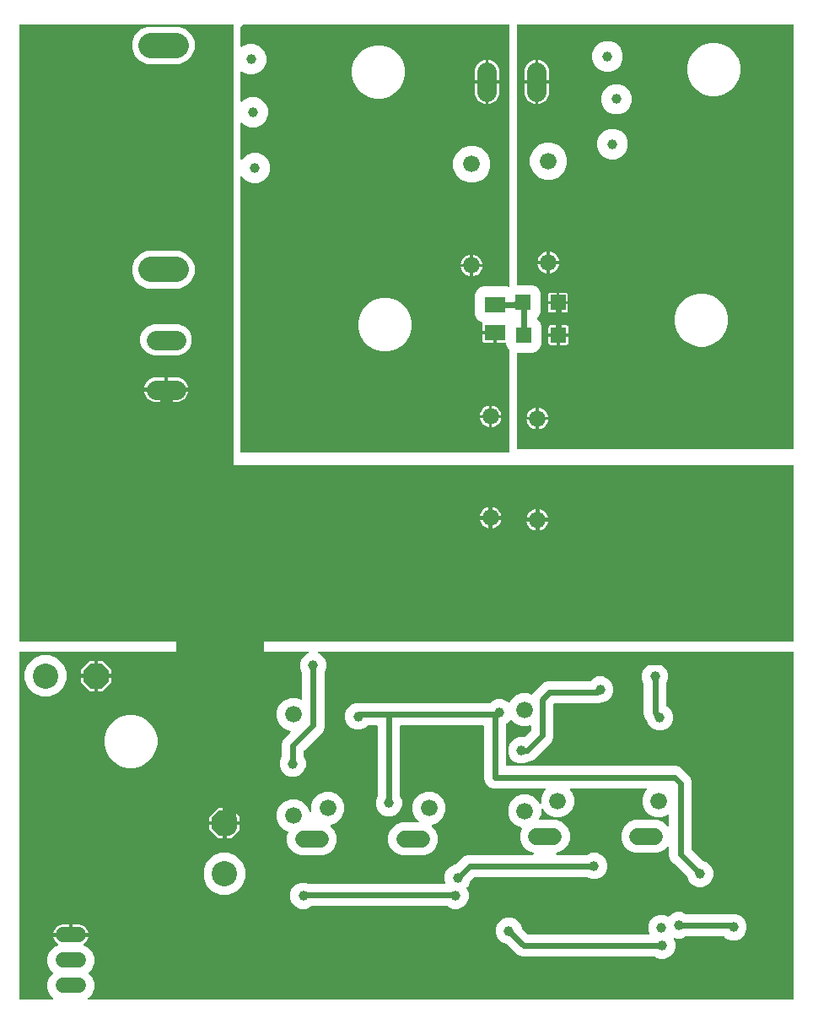
<source format=gbl>
G04 EAGLE Gerber RS-274X export*
G75*
%MOMM*%
%FSLAX34Y34*%
%LPD*%
%INBottom Copper*%
%IPPOS*%
%AMOC8*
5,1,8,0,0,1.08239X$1,22.5*%
G01*
%ADD10C,2.540000*%
%ADD11P,2.749271X8X22.500000*%
%ADD12C,1.676400*%
%ADD13C,1.524000*%
%ADD14R,1.500000X1.500000*%
%ADD15R,2.000000X1.600000*%
%ADD16C,1.981200*%
%ADD17C,1.676400*%
%ADD18P,2.749271X8X112.500000*%
%ADD19C,2.540000*%
%ADD20C,1.006400*%
%ADD21C,0.609600*%
%ADD22C,1.270000*%
%ADD23C,0.600000*%

G36*
X44905Y10927D02*
X44905Y10927D01*
X44937Y10925D01*
X45044Y10947D01*
X45152Y10963D01*
X45181Y10976D01*
X45213Y10982D01*
X45309Y11034D01*
X45409Y11079D01*
X45433Y11100D01*
X45462Y11115D01*
X45540Y11191D01*
X45623Y11262D01*
X45641Y11289D01*
X45664Y11312D01*
X45718Y11407D01*
X45778Y11498D01*
X45787Y11529D01*
X45803Y11557D01*
X45828Y11663D01*
X45860Y11768D01*
X45861Y11800D01*
X45868Y11831D01*
X45862Y11941D01*
X45864Y12050D01*
X45855Y12081D01*
X45854Y12113D01*
X45818Y12216D01*
X45789Y12322D01*
X45772Y12349D01*
X45761Y12380D01*
X45708Y12453D01*
X45640Y12562D01*
X45604Y12594D01*
X45579Y12629D01*
X42129Y16079D01*
X39731Y21867D01*
X39731Y28133D01*
X42129Y33921D01*
X45201Y36993D01*
X45240Y37045D01*
X45286Y37090D01*
X45324Y37157D01*
X45371Y37219D01*
X45393Y37279D01*
X45425Y37335D01*
X45443Y37410D01*
X45470Y37483D01*
X45475Y37547D01*
X45490Y37609D01*
X45486Y37687D01*
X45492Y37764D01*
X45479Y37827D01*
X45476Y37891D01*
X45450Y37964D01*
X45434Y38040D01*
X45404Y38097D01*
X45383Y38158D01*
X45342Y38214D01*
X45302Y38289D01*
X45243Y38350D01*
X45201Y38407D01*
X42129Y41479D01*
X39731Y47267D01*
X39731Y53533D01*
X42129Y59321D01*
X46559Y63751D01*
X50176Y65249D01*
X50291Y65317D01*
X50407Y65384D01*
X50412Y65389D01*
X50418Y65393D01*
X50510Y65490D01*
X50603Y65587D01*
X50606Y65593D01*
X50611Y65599D01*
X50672Y65717D01*
X50734Y65836D01*
X50736Y65843D01*
X50739Y65850D01*
X50764Y65982D01*
X50791Y66113D01*
X50790Y66120D01*
X50792Y66127D01*
X50779Y66260D01*
X50768Y66394D01*
X50765Y66401D01*
X50764Y66408D01*
X50715Y66532D01*
X50667Y66657D01*
X50663Y66663D01*
X50660Y66670D01*
X50578Y66774D01*
X50497Y66882D01*
X50491Y66886D01*
X50486Y66892D01*
X50258Y67057D01*
X50252Y67059D01*
X50247Y67063D01*
X50155Y67110D01*
X48861Y68050D01*
X47730Y69181D01*
X46790Y70475D01*
X46064Y71900D01*
X45569Y73421D01*
X45509Y73801D01*
X62100Y73801D01*
X62163Y73810D01*
X62228Y73809D01*
X62302Y73830D01*
X62379Y73841D01*
X62438Y73867D01*
X62500Y73884D01*
X62566Y73925D01*
X62636Y73957D01*
X62685Y73999D01*
X62740Y74032D01*
X62791Y74090D01*
X62850Y74140D01*
X62886Y74194D01*
X62929Y74242D01*
X62962Y74311D01*
X63005Y74376D01*
X63024Y74438D01*
X63052Y74495D01*
X63062Y74565D01*
X63087Y74646D01*
X63088Y74731D01*
X63099Y74800D01*
X63099Y75801D01*
X63101Y75801D01*
X63101Y74800D01*
X63110Y74736D01*
X63109Y74672D01*
X63130Y74597D01*
X63141Y74521D01*
X63167Y74462D01*
X63184Y74400D01*
X63225Y74334D01*
X63257Y74264D01*
X63299Y74215D01*
X63332Y74160D01*
X63390Y74108D01*
X63440Y74050D01*
X63494Y74014D01*
X63542Y73971D01*
X63611Y73938D01*
X63676Y73895D01*
X63738Y73876D01*
X63796Y73848D01*
X63865Y73837D01*
X63946Y73813D01*
X64031Y73812D01*
X64100Y73801D01*
X80691Y73801D01*
X80631Y73421D01*
X80136Y71900D01*
X79410Y70475D01*
X78470Y69181D01*
X77339Y68050D01*
X76045Y67110D01*
X75953Y67063D01*
X75843Y66986D01*
X75733Y66910D01*
X75728Y66905D01*
X75722Y66900D01*
X75639Y66796D01*
X75554Y66693D01*
X75551Y66686D01*
X75546Y66680D01*
X75495Y66557D01*
X75442Y66433D01*
X75441Y66426D01*
X75439Y66420D01*
X75424Y66287D01*
X75408Y66154D01*
X75409Y66146D01*
X75408Y66139D01*
X75431Y66007D01*
X75453Y65875D01*
X75456Y65869D01*
X75457Y65861D01*
X75516Y65742D01*
X75574Y65620D01*
X75579Y65615D01*
X75582Y65609D01*
X75672Y65510D01*
X75761Y65410D01*
X75767Y65406D01*
X75772Y65400D01*
X76013Y65254D01*
X76019Y65252D01*
X76024Y65249D01*
X79641Y63751D01*
X84071Y59321D01*
X86469Y53533D01*
X86469Y47267D01*
X84071Y41479D01*
X80999Y38407D01*
X80960Y38355D01*
X80914Y38310D01*
X80876Y38243D01*
X80829Y38181D01*
X80807Y38121D01*
X80775Y38065D01*
X80757Y37990D01*
X80730Y37917D01*
X80725Y37853D01*
X80710Y37790D01*
X80714Y37713D01*
X80708Y37636D01*
X80721Y37573D01*
X80724Y37509D01*
X80750Y37436D01*
X80766Y37360D01*
X80796Y37303D01*
X80817Y37242D01*
X80858Y37186D01*
X80898Y37111D01*
X80957Y37050D01*
X80999Y36993D01*
X84071Y33921D01*
X86469Y28133D01*
X86469Y21867D01*
X84071Y16079D01*
X80621Y12629D01*
X80601Y12603D01*
X80577Y12582D01*
X80517Y12490D01*
X80451Y12403D01*
X80440Y12373D01*
X80422Y12346D01*
X80390Y12241D01*
X80352Y12139D01*
X80349Y12107D01*
X80340Y12076D01*
X80338Y11967D01*
X80330Y11858D01*
X80337Y11826D01*
X80336Y11794D01*
X80365Y11689D01*
X80388Y11582D01*
X80403Y11553D01*
X80411Y11522D01*
X80469Y11429D01*
X80520Y11333D01*
X80543Y11310D01*
X80560Y11282D01*
X80641Y11209D01*
X80717Y11131D01*
X80745Y11115D01*
X80769Y11093D01*
X80867Y11046D01*
X80962Y10992D01*
X80994Y10984D01*
X81023Y10970D01*
X81112Y10956D01*
X81237Y10927D01*
X81285Y10929D01*
X81327Y10923D01*
X788078Y10923D01*
X788142Y10932D01*
X788206Y10931D01*
X788281Y10952D01*
X788357Y10963D01*
X788416Y10989D01*
X788478Y11006D01*
X788544Y11047D01*
X788614Y11079D01*
X788663Y11121D01*
X788718Y11154D01*
X788770Y11212D01*
X788828Y11262D01*
X788864Y11316D01*
X788907Y11364D01*
X788940Y11433D01*
X788983Y11498D01*
X789002Y11560D01*
X789030Y11617D01*
X789041Y11687D01*
X789065Y11768D01*
X789066Y11853D01*
X789077Y11922D01*
X789077Y359000D01*
X789068Y359064D01*
X789069Y359128D01*
X789048Y359203D01*
X789037Y359279D01*
X789011Y359338D01*
X788994Y359400D01*
X788953Y359466D01*
X788921Y359536D01*
X788879Y359585D01*
X788846Y359640D01*
X788788Y359692D01*
X788738Y359750D01*
X788684Y359786D01*
X788636Y359829D01*
X788567Y359862D01*
X788502Y359905D01*
X788440Y359924D01*
X788383Y359952D01*
X788313Y359963D01*
X788232Y359987D01*
X788147Y359988D01*
X788078Y359999D01*
X312117Y359999D01*
X312031Y359987D01*
X311944Y359984D01*
X311892Y359967D01*
X311838Y359959D01*
X311759Y359924D01*
X311676Y359897D01*
X311631Y359866D01*
X311581Y359843D01*
X311515Y359787D01*
X311443Y359738D01*
X311408Y359696D01*
X311367Y359660D01*
X311319Y359587D01*
X311264Y359520D01*
X311242Y359470D01*
X311212Y359424D01*
X311187Y359341D01*
X311153Y359261D01*
X311146Y359207D01*
X311130Y359154D01*
X311129Y359067D01*
X311118Y358981D01*
X311127Y358927D01*
X311126Y358872D01*
X311149Y358788D01*
X311163Y358703D01*
X311187Y358653D01*
X311201Y358600D01*
X311247Y358526D01*
X311284Y358448D01*
X311321Y358407D01*
X311349Y358360D01*
X311414Y358302D01*
X311471Y358237D01*
X311515Y358211D01*
X311559Y358171D01*
X311661Y358122D01*
X311735Y358077D01*
X313955Y357157D01*
X317657Y353455D01*
X319661Y348618D01*
X319661Y343382D01*
X317753Y338776D01*
X317742Y338736D01*
X317724Y338698D01*
X317711Y338613D01*
X317683Y338503D01*
X317685Y338444D01*
X317677Y338394D01*
X317677Y283777D01*
X315975Y279669D01*
X297469Y261163D01*
X297412Y261086D01*
X297347Y261015D01*
X297327Y260974D01*
X297300Y260938D01*
X297266Y260848D01*
X297224Y260761D01*
X297218Y260719D01*
X297201Y260674D01*
X297191Y260546D01*
X297177Y260457D01*
X297177Y255106D01*
X297183Y255065D01*
X297180Y255024D01*
X297200Y254940D01*
X297217Y254827D01*
X297241Y254774D01*
X297253Y254724D01*
X299161Y250118D01*
X299161Y244882D01*
X297157Y240045D01*
X293455Y236343D01*
X288618Y234339D01*
X283382Y234339D01*
X278545Y236343D01*
X274843Y240045D01*
X272839Y244882D01*
X272839Y250118D01*
X274747Y254724D01*
X274758Y254764D01*
X274776Y254802D01*
X274789Y254887D01*
X274817Y254997D01*
X274815Y255056D01*
X274823Y255106D01*
X274823Y267723D01*
X276525Y271831D01*
X279809Y275116D01*
X283649Y278956D01*
X283721Y279051D01*
X283796Y279142D01*
X283805Y279163D01*
X283819Y279181D01*
X283861Y279292D01*
X283907Y279401D01*
X283910Y279424D01*
X283918Y279445D01*
X283927Y279563D01*
X283942Y279681D01*
X283938Y279703D01*
X283940Y279726D01*
X283916Y279842D01*
X283897Y279959D01*
X283887Y279980D01*
X283882Y280002D01*
X283827Y280107D01*
X283776Y280214D01*
X283761Y280231D01*
X283750Y280251D01*
X283667Y280336D01*
X283588Y280425D01*
X283570Y280436D01*
X283553Y280453D01*
X283391Y280545D01*
X283325Y280585D01*
X277247Y283103D01*
X272603Y287747D01*
X270089Y293816D01*
X270089Y300384D01*
X272603Y306453D01*
X277247Y311097D01*
X283316Y313611D01*
X289884Y313611D01*
X293942Y311930D01*
X294056Y311901D01*
X294170Y311866D01*
X294193Y311866D01*
X294215Y311860D01*
X294333Y311864D01*
X294452Y311862D01*
X294474Y311868D01*
X294497Y311869D01*
X294609Y311906D01*
X294724Y311937D01*
X294743Y311949D01*
X294765Y311956D01*
X294863Y312023D01*
X294964Y312086D01*
X294979Y312103D01*
X294998Y312115D01*
X295073Y312207D01*
X295153Y312295D01*
X295163Y312315D01*
X295177Y312333D01*
X295224Y312442D01*
X295276Y312549D01*
X295279Y312570D01*
X295289Y312592D01*
X295311Y312777D01*
X295323Y312853D01*
X295323Y338394D01*
X295317Y338435D01*
X295320Y338476D01*
X295300Y338560D01*
X295283Y338673D01*
X295259Y338726D01*
X295247Y338776D01*
X293339Y343382D01*
X293339Y348618D01*
X295343Y353455D01*
X299045Y357157D01*
X301265Y358077D01*
X301340Y358121D01*
X301419Y358157D01*
X301461Y358192D01*
X301508Y358220D01*
X301567Y358284D01*
X301633Y358340D01*
X301664Y358386D01*
X301701Y358426D01*
X301740Y358503D01*
X301788Y358576D01*
X301804Y358629D01*
X301829Y358678D01*
X301845Y358763D01*
X301870Y358846D01*
X301871Y358901D01*
X301881Y358955D01*
X301873Y359041D01*
X301874Y359128D01*
X301859Y359181D01*
X301854Y359235D01*
X301822Y359316D01*
X301799Y359400D01*
X301770Y359447D01*
X301750Y359497D01*
X301696Y359566D01*
X301651Y359640D01*
X301610Y359676D01*
X301576Y359720D01*
X301506Y359771D01*
X301441Y359829D01*
X301392Y359853D01*
X301347Y359885D01*
X301266Y359914D01*
X301188Y359952D01*
X301137Y359960D01*
X301082Y359979D01*
X300968Y359986D01*
X300883Y359999D01*
X257261Y359999D01*
X257261Y370001D01*
X788078Y370001D01*
X788142Y370010D01*
X788206Y370009D01*
X788281Y370030D01*
X788357Y370041D01*
X788416Y370067D01*
X788478Y370084D01*
X788544Y370125D01*
X788614Y370157D01*
X788663Y370199D01*
X788718Y370232D01*
X788770Y370290D01*
X788828Y370340D01*
X788864Y370394D01*
X788907Y370442D01*
X788940Y370511D01*
X788983Y370576D01*
X789002Y370638D01*
X789030Y370695D01*
X789041Y370765D01*
X789065Y370846D01*
X789066Y370931D01*
X789077Y371000D01*
X789077Y546000D01*
X789068Y546064D01*
X789069Y546128D01*
X789048Y546203D01*
X789037Y546279D01*
X789011Y546338D01*
X788994Y546400D01*
X788953Y546466D01*
X788921Y546536D01*
X788879Y546585D01*
X788846Y546640D01*
X788788Y546692D01*
X788738Y546750D01*
X788684Y546786D01*
X788636Y546829D01*
X788567Y546862D01*
X788502Y546905D01*
X788440Y546924D01*
X788383Y546952D01*
X788313Y546963D01*
X788232Y546987D01*
X788147Y546988D01*
X788078Y546999D01*
X226499Y546999D01*
X226499Y988000D01*
X226490Y988064D01*
X226491Y988128D01*
X226470Y988203D01*
X226459Y988279D01*
X226433Y988338D01*
X226416Y988400D01*
X226375Y988466D01*
X226343Y988536D01*
X226301Y988585D01*
X226268Y988640D01*
X226210Y988692D01*
X226160Y988750D01*
X226106Y988786D01*
X226058Y988829D01*
X225989Y988862D01*
X225924Y988905D01*
X225862Y988924D01*
X225805Y988952D01*
X225735Y988963D01*
X225654Y988987D01*
X225569Y988988D01*
X225500Y988999D01*
X12500Y988999D01*
X12436Y988990D01*
X12372Y988991D01*
X12297Y988970D01*
X12221Y988959D01*
X12162Y988933D01*
X12100Y988916D01*
X12034Y988875D01*
X11964Y988843D01*
X11915Y988801D01*
X11860Y988768D01*
X11808Y988710D01*
X11750Y988660D01*
X11714Y988606D01*
X11671Y988558D01*
X11638Y988489D01*
X11595Y988424D01*
X11576Y988362D01*
X11548Y988305D01*
X11537Y988235D01*
X11513Y988154D01*
X11512Y988069D01*
X11501Y988000D01*
X11501Y371000D01*
X11510Y370936D01*
X11509Y370872D01*
X11530Y370797D01*
X11541Y370721D01*
X11567Y370662D01*
X11584Y370600D01*
X11625Y370534D01*
X11657Y370464D01*
X11699Y370415D01*
X11732Y370360D01*
X11790Y370308D01*
X11840Y370250D01*
X11894Y370214D01*
X11942Y370171D01*
X12011Y370138D01*
X12076Y370095D01*
X12138Y370076D01*
X12195Y370048D01*
X12265Y370037D01*
X12346Y370013D01*
X12431Y370012D01*
X12500Y370001D01*
X168739Y370001D01*
X168739Y359999D01*
X12500Y359999D01*
X12436Y359990D01*
X12372Y359991D01*
X12297Y359970D01*
X12221Y359959D01*
X12162Y359933D01*
X12100Y359916D01*
X12034Y359875D01*
X11964Y359843D01*
X11915Y359801D01*
X11860Y359768D01*
X11808Y359710D01*
X11750Y359660D01*
X11714Y359606D01*
X11671Y359558D01*
X11638Y359489D01*
X11595Y359424D01*
X11576Y359362D01*
X11548Y359305D01*
X11537Y359235D01*
X11513Y359154D01*
X11512Y359069D01*
X11501Y359000D01*
X11501Y11922D01*
X11510Y11858D01*
X11509Y11794D01*
X11530Y11719D01*
X11541Y11643D01*
X11567Y11584D01*
X11584Y11522D01*
X11625Y11456D01*
X11657Y11386D01*
X11699Y11337D01*
X11732Y11282D01*
X11790Y11230D01*
X11840Y11172D01*
X11894Y11136D01*
X11942Y11093D01*
X12011Y11060D01*
X12076Y11017D01*
X12138Y10998D01*
X12195Y10970D01*
X12265Y10959D01*
X12346Y10935D01*
X12431Y10934D01*
X12500Y10923D01*
X44873Y10923D01*
X44905Y10927D01*
G37*
G36*
X788336Y563242D02*
X788336Y563242D01*
X788355Y563240D01*
X788457Y563262D01*
X788559Y563279D01*
X788576Y563288D01*
X788596Y563292D01*
X788685Y563345D01*
X788776Y563394D01*
X788790Y563408D01*
X788807Y563418D01*
X788874Y563497D01*
X788946Y563572D01*
X788954Y563590D01*
X788967Y563605D01*
X789006Y563701D01*
X789049Y563795D01*
X789051Y563815D01*
X789059Y563833D01*
X789077Y564000D01*
X789077Y988316D01*
X789074Y988336D01*
X789076Y988355D01*
X789054Y988457D01*
X789038Y988559D01*
X789028Y988576D01*
X789024Y988596D01*
X788971Y988685D01*
X788922Y988776D01*
X788908Y988790D01*
X788898Y988807D01*
X788819Y988874D01*
X788744Y988946D01*
X788726Y988954D01*
X788711Y988967D01*
X788615Y989006D01*
X788521Y989049D01*
X788501Y989051D01*
X788483Y989059D01*
X788316Y989077D01*
X511500Y989077D01*
X511480Y989074D01*
X511461Y989076D01*
X511359Y989054D01*
X511257Y989038D01*
X511240Y989028D01*
X511220Y989024D01*
X511131Y988971D01*
X511040Y988922D01*
X511026Y988908D01*
X511009Y988898D01*
X510942Y988819D01*
X510871Y988744D01*
X510862Y988726D01*
X510849Y988711D01*
X510810Y988615D01*
X510767Y988521D01*
X510765Y988501D01*
X510757Y988483D01*
X510739Y988316D01*
X510739Y728422D01*
X510741Y728406D01*
X510740Y728391D01*
X510740Y728388D01*
X510740Y728383D01*
X510762Y728281D01*
X510779Y728179D01*
X510788Y728162D01*
X510792Y728142D01*
X510845Y728053D01*
X510894Y727962D01*
X510908Y727948D01*
X510918Y727931D01*
X510997Y727864D01*
X511072Y727792D01*
X511090Y727784D01*
X511105Y727771D01*
X511201Y727732D01*
X511295Y727689D01*
X511315Y727687D01*
X511333Y727679D01*
X511500Y727661D01*
X526721Y727661D01*
X530456Y726114D01*
X533314Y723256D01*
X534861Y719521D01*
X534861Y700479D01*
X533314Y696744D01*
X531184Y694614D01*
X531131Y694540D01*
X531071Y694471D01*
X531059Y694441D01*
X531040Y694414D01*
X531013Y694328D01*
X530979Y694243D01*
X530975Y694202D01*
X530968Y694179D01*
X530969Y694147D01*
X530961Y694076D01*
X530961Y694024D01*
X530974Y693944D01*
X530974Y693934D01*
X530976Y693929D01*
X530983Y693843D01*
X530995Y693813D01*
X531000Y693781D01*
X531043Y693701D01*
X531079Y693617D01*
X531105Y693585D01*
X531116Y693564D01*
X531139Y693542D01*
X531184Y693486D01*
X533914Y690756D01*
X535461Y687021D01*
X535461Y667979D01*
X533914Y664244D01*
X531056Y661386D01*
X527321Y659839D01*
X511500Y659839D01*
X511480Y659836D01*
X511461Y659838D01*
X511359Y659816D01*
X511257Y659800D01*
X511240Y659790D01*
X511220Y659786D01*
X511131Y659733D01*
X511040Y659684D01*
X511026Y659670D01*
X511009Y659660D01*
X510942Y659581D01*
X510871Y659506D01*
X510862Y659488D01*
X510849Y659473D01*
X510810Y659377D01*
X510767Y659283D01*
X510765Y659263D01*
X510757Y659245D01*
X510739Y659078D01*
X510739Y564000D01*
X510742Y563980D01*
X510740Y563961D01*
X510762Y563859D01*
X510779Y563757D01*
X510788Y563740D01*
X510792Y563720D01*
X510845Y563631D01*
X510894Y563540D01*
X510908Y563526D01*
X510918Y563509D01*
X510997Y563442D01*
X511072Y563371D01*
X511090Y563362D01*
X511105Y563349D01*
X511201Y563310D01*
X511295Y563267D01*
X511315Y563265D01*
X511333Y563257D01*
X511500Y563239D01*
X788316Y563239D01*
X788336Y563242D01*
G37*
G36*
X503020Y559242D02*
X503020Y559242D01*
X503039Y559240D01*
X503141Y559262D01*
X503243Y559279D01*
X503260Y559288D01*
X503280Y559292D01*
X503369Y559345D01*
X503460Y559394D01*
X503474Y559408D01*
X503491Y559418D01*
X503558Y559497D01*
X503630Y559572D01*
X503638Y559590D01*
X503651Y559605D01*
X503690Y559701D01*
X503733Y559795D01*
X503735Y559815D01*
X503743Y559833D01*
X503761Y560000D01*
X503761Y661854D01*
X503747Y661944D01*
X503739Y662035D01*
X503727Y662065D01*
X503722Y662097D01*
X503679Y662177D01*
X503643Y662261D01*
X503617Y662293D01*
X503606Y662314D01*
X503583Y662336D01*
X503538Y662392D01*
X501686Y664244D01*
X500139Y667979D01*
X500139Y668698D01*
X500136Y668718D01*
X500138Y668737D01*
X500116Y668839D01*
X500100Y668941D01*
X500090Y668958D01*
X500086Y668978D01*
X500033Y669067D01*
X499984Y669158D01*
X499970Y669172D01*
X499960Y669189D01*
X499881Y669256D01*
X499806Y669328D01*
X499788Y669336D01*
X499773Y669349D01*
X499677Y669388D01*
X499583Y669431D01*
X499563Y669433D01*
X499545Y669441D01*
X499378Y669459D01*
X490523Y669459D01*
X490523Y679238D01*
X490520Y679258D01*
X490522Y679277D01*
X490500Y679379D01*
X490483Y679481D01*
X490474Y679498D01*
X490470Y679518D01*
X490417Y679607D01*
X490368Y679698D01*
X490354Y679712D01*
X490344Y679729D01*
X490265Y679796D01*
X490190Y679867D01*
X490172Y679876D01*
X490157Y679889D01*
X490061Y679928D01*
X489967Y679971D01*
X489947Y679973D01*
X489929Y679981D01*
X489762Y679999D01*
X488999Y679999D01*
X488999Y680762D01*
X488996Y680782D01*
X488998Y680801D01*
X488976Y680903D01*
X488959Y681005D01*
X488950Y681022D01*
X488946Y681042D01*
X488893Y681131D01*
X488844Y681222D01*
X488830Y681236D01*
X488820Y681253D01*
X488741Y681320D01*
X488666Y681391D01*
X488648Y681400D01*
X488633Y681413D01*
X488537Y681452D01*
X488443Y681495D01*
X488423Y681497D01*
X488405Y681505D01*
X488238Y681523D01*
X476459Y681523D01*
X476459Y688334D01*
X476632Y688981D01*
X476665Y689038D01*
X476690Y689103D01*
X476724Y689164D01*
X476729Y689192D01*
X476736Y689208D01*
X476738Y689231D01*
X476752Y689268D01*
X476755Y689337D01*
X476767Y689406D01*
X476762Y689442D01*
X476763Y689452D01*
X476760Y689467D01*
X476761Y689514D01*
X476742Y689580D01*
X476731Y689649D01*
X476712Y689688D01*
X476711Y689692D01*
X476706Y689700D01*
X476692Y689749D01*
X476652Y689806D01*
X476620Y689868D01*
X476585Y689903D01*
X476582Y689905D01*
X476581Y689906D01*
X476550Y689951D01*
X476494Y689992D01*
X476444Y690041D01*
X476378Y690077D01*
X476352Y690096D01*
X476331Y690103D01*
X476297Y690122D01*
X473244Y691386D01*
X470386Y694244D01*
X468839Y697979D01*
X468839Y718021D01*
X470386Y721756D01*
X473244Y724614D01*
X476979Y726161D01*
X501021Y726161D01*
X502651Y725485D01*
X502765Y725459D01*
X502879Y725430D01*
X502885Y725431D01*
X502891Y725429D01*
X503007Y725440D01*
X503124Y725449D01*
X503129Y725452D01*
X503136Y725452D01*
X503243Y725500D01*
X503350Y725546D01*
X503356Y725550D01*
X503360Y725552D01*
X503374Y725565D01*
X503481Y725650D01*
X503538Y725708D01*
X503591Y725782D01*
X503651Y725851D01*
X503663Y725881D01*
X503682Y725907D01*
X503709Y725994D01*
X503743Y726079D01*
X503747Y726120D01*
X503754Y726143D01*
X503753Y726175D01*
X503761Y726246D01*
X503761Y988316D01*
X503758Y988336D01*
X503760Y988355D01*
X503738Y988457D01*
X503722Y988559D01*
X503712Y988576D01*
X503708Y988596D01*
X503655Y988685D01*
X503606Y988776D01*
X503592Y988790D01*
X503582Y988807D01*
X503503Y988874D01*
X503428Y988946D01*
X503410Y988954D01*
X503395Y988967D01*
X503299Y989006D01*
X503205Y989049D01*
X503185Y989051D01*
X503167Y989059D01*
X503000Y989077D01*
X236816Y989077D01*
X236726Y989063D01*
X236635Y989055D01*
X236605Y989043D01*
X236573Y989038D01*
X236493Y988995D01*
X236409Y988959D01*
X236377Y988933D01*
X236356Y988922D01*
X236334Y988899D01*
X236278Y988854D01*
X233962Y986538D01*
X233909Y986464D01*
X233849Y986395D01*
X233837Y986365D01*
X233818Y986339D01*
X233791Y986252D01*
X233757Y986167D01*
X233753Y986126D01*
X233746Y986103D01*
X233747Y986071D01*
X233739Y986000D01*
X233739Y967062D01*
X233750Y966992D01*
X233752Y966920D01*
X233770Y966871D01*
X233779Y966820D01*
X233812Y966756D01*
X233837Y966689D01*
X233869Y966648D01*
X233894Y966602D01*
X233946Y966553D01*
X233990Y966497D01*
X234034Y966469D01*
X234072Y966433D01*
X234137Y966403D01*
X234197Y966364D01*
X234248Y966351D01*
X234295Y966329D01*
X234366Y966321D01*
X234436Y966304D01*
X234488Y966308D01*
X234539Y966302D01*
X234610Y966317D01*
X234681Y966323D01*
X234729Y966343D01*
X234780Y966354D01*
X234841Y966391D01*
X234907Y966419D01*
X234963Y966464D01*
X234991Y966481D01*
X235006Y966498D01*
X235038Y966524D01*
X235394Y966880D01*
X240978Y969193D01*
X247022Y969193D01*
X252606Y966880D01*
X256880Y962606D01*
X259193Y957022D01*
X259193Y950978D01*
X256880Y945394D01*
X252606Y941120D01*
X247022Y938807D01*
X240978Y938807D01*
X235394Y941120D01*
X235038Y941476D01*
X234980Y941518D01*
X234928Y941567D01*
X234881Y941589D01*
X234839Y941619D01*
X234770Y941641D01*
X234705Y941671D01*
X234653Y941677D01*
X234604Y941692D01*
X234532Y941690D01*
X234461Y941698D01*
X234410Y941687D01*
X234358Y941685D01*
X234290Y941661D01*
X234220Y941646D01*
X234175Y941619D01*
X234127Y941601D01*
X234071Y941556D01*
X234009Y941519D01*
X233975Y941480D01*
X233935Y941447D01*
X233896Y941387D01*
X233849Y941333D01*
X233830Y941284D01*
X233802Y941240D01*
X233784Y941171D01*
X233757Y941104D01*
X233749Y941033D01*
X233741Y941002D01*
X233743Y940979D01*
X233739Y940938D01*
X233739Y912062D01*
X233750Y911992D01*
X233752Y911920D01*
X233770Y911871D01*
X233779Y911820D01*
X233812Y911756D01*
X233837Y911689D01*
X233869Y911648D01*
X233894Y911602D01*
X233946Y911553D01*
X233990Y911497D01*
X234034Y911469D01*
X234072Y911433D01*
X234137Y911403D01*
X234197Y911364D01*
X234248Y911351D01*
X234295Y911329D01*
X234366Y911321D01*
X234436Y911304D01*
X234488Y911308D01*
X234539Y911302D01*
X234610Y911317D01*
X234681Y911323D01*
X234729Y911343D01*
X234780Y911354D01*
X234841Y911391D01*
X234907Y911419D01*
X234963Y911464D01*
X234991Y911481D01*
X235006Y911498D01*
X235038Y911524D01*
X237394Y913880D01*
X242978Y916193D01*
X249022Y916193D01*
X254606Y913880D01*
X258880Y909606D01*
X261193Y904022D01*
X261193Y897978D01*
X258880Y892394D01*
X254606Y888120D01*
X249022Y885807D01*
X242978Y885807D01*
X237394Y888120D01*
X235038Y890476D01*
X234980Y890518D01*
X234928Y890567D01*
X234881Y890589D01*
X234839Y890619D01*
X234770Y890641D01*
X234705Y890671D01*
X234653Y890677D01*
X234603Y890692D01*
X234532Y890690D01*
X234461Y890698D01*
X234410Y890687D01*
X234358Y890685D01*
X234290Y890661D01*
X234220Y890646D01*
X234176Y890619D01*
X234127Y890601D01*
X234071Y890556D01*
X234009Y890519D01*
X233975Y890480D01*
X233935Y890447D01*
X233896Y890387D01*
X233849Y890333D01*
X233830Y890284D01*
X233802Y890240D01*
X233784Y890171D01*
X233757Y890104D01*
X233749Y890033D01*
X233741Y890002D01*
X233743Y889979D01*
X233739Y889938D01*
X233739Y854062D01*
X233750Y853992D01*
X233752Y853920D01*
X233770Y853871D01*
X233779Y853820D01*
X233812Y853756D01*
X233837Y853689D01*
X233869Y853648D01*
X233894Y853602D01*
X233946Y853553D01*
X233990Y853497D01*
X234034Y853469D01*
X234072Y853433D01*
X234137Y853403D01*
X234197Y853364D01*
X234248Y853351D01*
X234295Y853329D01*
X234366Y853321D01*
X234436Y853304D01*
X234488Y853308D01*
X234539Y853302D01*
X234610Y853317D01*
X234681Y853323D01*
X234729Y853343D01*
X234780Y853354D01*
X234841Y853391D01*
X234907Y853419D01*
X234963Y853464D01*
X234991Y853481D01*
X235006Y853498D01*
X235038Y853524D01*
X239394Y857880D01*
X244978Y860193D01*
X251022Y860193D01*
X256606Y857880D01*
X260880Y853606D01*
X263193Y848022D01*
X263193Y841978D01*
X260880Y836394D01*
X256606Y832120D01*
X251022Y829807D01*
X244978Y829807D01*
X239394Y832120D01*
X235038Y836476D01*
X234980Y836518D01*
X234928Y836567D01*
X234881Y836589D01*
X234839Y836619D01*
X234770Y836641D01*
X234705Y836671D01*
X234653Y836677D01*
X234603Y836692D01*
X234532Y836690D01*
X234461Y836698D01*
X234410Y836687D01*
X234358Y836685D01*
X234290Y836661D01*
X234220Y836646D01*
X234176Y836619D01*
X234127Y836601D01*
X234071Y836556D01*
X234009Y836519D01*
X233975Y836480D01*
X233935Y836447D01*
X233896Y836387D01*
X233849Y836333D01*
X233830Y836284D01*
X233802Y836240D01*
X233784Y836171D01*
X233757Y836104D01*
X233749Y836033D01*
X233741Y836002D01*
X233743Y835979D01*
X233739Y835938D01*
X233739Y560000D01*
X233742Y559980D01*
X233740Y559961D01*
X233762Y559859D01*
X233779Y559757D01*
X233788Y559740D01*
X233792Y559720D01*
X233845Y559631D01*
X233894Y559540D01*
X233908Y559526D01*
X233918Y559509D01*
X233997Y559442D01*
X234072Y559371D01*
X234090Y559362D01*
X234105Y559349D01*
X234201Y559310D01*
X234295Y559267D01*
X234315Y559265D01*
X234333Y559257D01*
X234500Y559239D01*
X503000Y559239D01*
X503020Y559242D01*
G37*
%LPC*%
G36*
X293882Y101839D02*
X293882Y101839D01*
X289045Y103843D01*
X285343Y107545D01*
X283339Y112382D01*
X283339Y117618D01*
X285343Y122455D01*
X289045Y126157D01*
X293882Y128161D01*
X299118Y128161D01*
X301426Y127205D01*
X301466Y127194D01*
X301503Y127176D01*
X301589Y127163D01*
X301699Y127135D01*
X301758Y127137D01*
X301808Y127129D01*
X438191Y127129D01*
X438309Y127145D01*
X438427Y127157D01*
X438448Y127165D01*
X438471Y127169D01*
X438578Y127217D01*
X438689Y127261D01*
X438707Y127275D01*
X438728Y127285D01*
X438818Y127362D01*
X438911Y127435D01*
X438925Y127453D01*
X438942Y127468D01*
X439007Y127568D01*
X439076Y127664D01*
X439084Y127685D01*
X439096Y127704D01*
X439131Y127818D01*
X439171Y127929D01*
X439172Y127952D01*
X439179Y127974D01*
X439180Y128092D01*
X439187Y128211D01*
X439182Y128232D01*
X439182Y128256D01*
X439133Y128435D01*
X439115Y128510D01*
X438339Y130382D01*
X438339Y135618D01*
X440343Y140455D01*
X444045Y144157D01*
X448767Y146113D01*
X448803Y146134D01*
X448842Y146148D01*
X448912Y146199D01*
X449010Y146257D01*
X449050Y146300D01*
X449091Y146330D01*
X457196Y154434D01*
X461286Y156129D01*
X527002Y156129D01*
X527088Y156141D01*
X527175Y156144D01*
X527227Y156161D01*
X527281Y156169D01*
X527360Y156204D01*
X527443Y156231D01*
X527488Y156262D01*
X527538Y156285D01*
X527604Y156341D01*
X527676Y156390D01*
X527711Y156432D01*
X527752Y156468D01*
X527800Y156541D01*
X527855Y156608D01*
X527877Y156658D01*
X527907Y156704D01*
X527932Y156787D01*
X527967Y156867D01*
X527973Y156921D01*
X527989Y156974D01*
X527990Y157061D01*
X528001Y157147D01*
X527992Y157201D01*
X527993Y157256D01*
X527970Y157340D01*
X527956Y157425D01*
X527933Y157475D01*
X527918Y157528D01*
X527872Y157602D01*
X527835Y157680D01*
X527799Y157721D01*
X527770Y157768D01*
X527705Y157826D01*
X527648Y157891D01*
X527604Y157917D01*
X527560Y157957D01*
X527458Y158006D01*
X527384Y158051D01*
X521465Y160503D01*
X516821Y165147D01*
X514307Y171216D01*
X514307Y177784D01*
X516069Y182037D01*
X516085Y182099D01*
X516110Y182158D01*
X516120Y182235D01*
X516139Y182310D01*
X516137Y182375D01*
X516145Y182438D01*
X516132Y182515D01*
X516130Y182592D01*
X516110Y182653D01*
X516100Y182717D01*
X516067Y182787D01*
X516043Y182860D01*
X516006Y182913D01*
X515979Y182972D01*
X515927Y183029D01*
X515884Y183093D01*
X515834Y183134D01*
X515791Y183182D01*
X515731Y183219D01*
X515666Y183273D01*
X515588Y183306D01*
X515528Y183343D01*
X509347Y185903D01*
X504703Y190547D01*
X502189Y196616D01*
X502189Y203184D01*
X504703Y209253D01*
X509347Y213897D01*
X515416Y216411D01*
X521984Y216411D01*
X528053Y213897D01*
X532697Y209253D01*
X533367Y207636D01*
X533411Y207561D01*
X533447Y207482D01*
X533483Y207440D01*
X533510Y207393D01*
X533574Y207334D01*
X533630Y207268D01*
X533676Y207238D01*
X533716Y207200D01*
X533793Y207161D01*
X533866Y207113D01*
X533919Y207097D01*
X533968Y207072D01*
X534053Y207056D01*
X534136Y207031D01*
X534191Y207030D01*
X534245Y207020D01*
X534331Y207028D01*
X534418Y207027D01*
X534471Y207042D01*
X534525Y207047D01*
X534606Y207079D01*
X534690Y207102D01*
X534737Y207131D01*
X534787Y207151D01*
X534856Y207205D01*
X534930Y207250D01*
X534966Y207291D01*
X535010Y207325D01*
X535061Y207395D01*
X535119Y207460D01*
X535143Y207509D01*
X535175Y207554D01*
X535204Y207636D01*
X535242Y207714D01*
X535250Y207764D01*
X535269Y207819D01*
X535276Y207933D01*
X535289Y208018D01*
X535289Y213484D01*
X537803Y219553D01*
X539368Y221117D01*
X539387Y221143D01*
X539412Y221164D01*
X539472Y221256D01*
X539537Y221343D01*
X539548Y221373D01*
X539566Y221400D01*
X539598Y221505D01*
X539637Y221607D01*
X539639Y221639D01*
X539648Y221670D01*
X539650Y221779D01*
X539658Y221888D01*
X539652Y221920D01*
X539652Y221952D01*
X539623Y222057D01*
X539601Y222164D01*
X539586Y222193D01*
X539577Y222224D01*
X539520Y222317D01*
X539468Y222413D01*
X539446Y222436D01*
X539429Y222464D01*
X539348Y222537D01*
X539272Y222615D01*
X539243Y222631D01*
X539220Y222653D01*
X539121Y222700D01*
X539026Y222754D01*
X538995Y222762D01*
X538966Y222776D01*
X538877Y222790D01*
X538752Y222819D01*
X538703Y222817D01*
X538661Y222823D01*
X486777Y222823D01*
X482669Y224525D01*
X479525Y227669D01*
X477823Y231777D01*
X477823Y284824D01*
X477814Y284888D01*
X477815Y284952D01*
X477794Y285027D01*
X477783Y285103D01*
X477757Y285162D01*
X477740Y285224D01*
X477699Y285290D01*
X477667Y285360D01*
X477625Y285409D01*
X477592Y285464D01*
X477534Y285516D01*
X477484Y285574D01*
X477430Y285610D01*
X477382Y285653D01*
X477313Y285686D01*
X477248Y285729D01*
X477186Y285748D01*
X477129Y285776D01*
X477059Y285787D01*
X476978Y285811D01*
X476893Y285812D01*
X476824Y285823D01*
X394676Y285823D01*
X394612Y285814D01*
X394548Y285815D01*
X394473Y285794D01*
X394397Y285783D01*
X394338Y285757D01*
X394276Y285740D01*
X394210Y285699D01*
X394140Y285667D01*
X394091Y285625D01*
X394036Y285592D01*
X393984Y285534D01*
X393926Y285484D01*
X393890Y285430D01*
X393847Y285382D01*
X393814Y285313D01*
X393771Y285248D01*
X393752Y285186D01*
X393724Y285129D01*
X393713Y285059D01*
X393689Y284978D01*
X393688Y284893D01*
X393677Y284824D01*
X393677Y215606D01*
X393683Y215565D01*
X393680Y215524D01*
X393700Y215440D01*
X393717Y215327D01*
X393741Y215274D01*
X393753Y215224D01*
X395661Y210618D01*
X395661Y205382D01*
X393657Y200545D01*
X389955Y196843D01*
X385118Y194839D01*
X379882Y194839D01*
X375045Y196843D01*
X371343Y200545D01*
X369339Y205382D01*
X369339Y210618D01*
X371247Y215224D01*
X371258Y215264D01*
X371276Y215302D01*
X371289Y215387D01*
X371317Y215497D01*
X371315Y215556D01*
X371323Y215606D01*
X371323Y284824D01*
X371314Y284888D01*
X371315Y284952D01*
X371294Y285027D01*
X371283Y285103D01*
X371257Y285162D01*
X371240Y285224D01*
X371199Y285290D01*
X371167Y285360D01*
X371125Y285409D01*
X371092Y285464D01*
X371034Y285516D01*
X370984Y285574D01*
X370930Y285610D01*
X370882Y285653D01*
X370813Y285686D01*
X370748Y285729D01*
X370686Y285748D01*
X370629Y285776D01*
X370559Y285787D01*
X370478Y285811D01*
X370393Y285812D01*
X370324Y285823D01*
X361349Y285823D01*
X361254Y285810D01*
X361158Y285805D01*
X361115Y285790D01*
X361070Y285783D01*
X360983Y285744D01*
X360892Y285712D01*
X360857Y285687D01*
X360813Y285667D01*
X360716Y285584D01*
X360643Y285531D01*
X358955Y283843D01*
X354118Y281839D01*
X348882Y281839D01*
X344045Y283843D01*
X340343Y287545D01*
X338339Y292382D01*
X338339Y297618D01*
X340343Y302455D01*
X344045Y306157D01*
X348882Y308161D01*
X351039Y308161D01*
X351081Y308167D01*
X351123Y308164D01*
X351174Y308177D01*
X483651Y308177D01*
X483746Y308190D01*
X483842Y308195D01*
X483885Y308210D01*
X483930Y308217D01*
X484017Y308256D01*
X484108Y308288D01*
X484143Y308313D01*
X484187Y308333D01*
X484284Y308416D01*
X484357Y308469D01*
X486045Y310157D01*
X490882Y312161D01*
X496118Y312161D01*
X500955Y310157D01*
X502344Y308768D01*
X502439Y308697D01*
X502530Y308622D01*
X502551Y308612D01*
X502570Y308599D01*
X502680Y308557D01*
X502789Y308510D01*
X502812Y308507D01*
X502833Y308499D01*
X502952Y308490D01*
X503069Y308476D01*
X503092Y308479D01*
X503115Y308477D01*
X503231Y308502D01*
X503348Y308521D01*
X503368Y308530D01*
X503391Y308535D01*
X503495Y308591D01*
X503602Y308642D01*
X503620Y308657D01*
X503640Y308668D01*
X503725Y308750D01*
X503813Y308829D01*
X503824Y308847D01*
X503842Y308864D01*
X503934Y309027D01*
X503974Y309092D01*
X504703Y310853D01*
X509347Y315497D01*
X515416Y318011D01*
X521984Y318011D01*
X525250Y316658D01*
X525313Y316642D01*
X525372Y316617D01*
X525448Y316607D01*
X525523Y316588D01*
X525588Y316590D01*
X525651Y316582D01*
X525728Y316594D01*
X525805Y316597D01*
X525866Y316617D01*
X525930Y316627D01*
X526000Y316660D01*
X526073Y316684D01*
X526127Y316721D01*
X526185Y316748D01*
X526242Y316800D01*
X526306Y316843D01*
X526347Y316893D01*
X526395Y316936D01*
X526432Y316995D01*
X526486Y317061D01*
X526519Y317139D01*
X526556Y317199D01*
X527025Y318331D01*
X537169Y328475D01*
X541277Y330177D01*
X583651Y330177D01*
X583746Y330190D01*
X583842Y330195D01*
X583885Y330210D01*
X583930Y330217D01*
X584017Y330256D01*
X584108Y330288D01*
X584143Y330313D01*
X584187Y330333D01*
X584284Y330416D01*
X584357Y330469D01*
X587045Y333157D01*
X591882Y335161D01*
X597118Y335161D01*
X601955Y333157D01*
X605657Y329455D01*
X607661Y324618D01*
X607661Y319382D01*
X605657Y314545D01*
X601955Y310843D01*
X597118Y308839D01*
X596375Y308839D01*
X596334Y308833D01*
X596292Y308836D01*
X596208Y308816D01*
X596096Y308799D01*
X596042Y308775D01*
X595992Y308763D01*
X593723Y307823D01*
X548676Y307823D01*
X548612Y307814D01*
X548548Y307815D01*
X548473Y307794D01*
X548397Y307783D01*
X548338Y307757D01*
X548276Y307740D01*
X548210Y307699D01*
X548140Y307667D01*
X548091Y307625D01*
X548036Y307592D01*
X547984Y307534D01*
X547926Y307484D01*
X547890Y307430D01*
X547847Y307382D01*
X547814Y307313D01*
X547771Y307248D01*
X547752Y307186D01*
X547724Y307129D01*
X547713Y307059D01*
X547689Y306978D01*
X547688Y306893D01*
X547677Y306824D01*
X547677Y273777D01*
X545975Y269669D01*
X527831Y251525D01*
X523723Y249823D01*
X523106Y249823D01*
X523065Y249817D01*
X523024Y249820D01*
X522940Y249800D01*
X522827Y249783D01*
X522774Y249759D01*
X522724Y249747D01*
X518118Y247839D01*
X512882Y247839D01*
X508045Y249843D01*
X504343Y253545D01*
X502339Y258382D01*
X502339Y263618D01*
X504343Y268455D01*
X508045Y272157D01*
X512882Y274161D01*
X518177Y274161D01*
X518295Y274130D01*
X518304Y274131D01*
X518314Y274129D01*
X518446Y274135D01*
X518577Y274139D01*
X518586Y274142D01*
X518595Y274143D01*
X518721Y274186D01*
X518845Y274227D01*
X518853Y274232D01*
X518862Y274235D01*
X518924Y274281D01*
X519078Y274386D01*
X519093Y274404D01*
X519111Y274417D01*
X525031Y280337D01*
X525088Y280414D01*
X525153Y280485D01*
X525173Y280526D01*
X525200Y280562D01*
X525234Y280652D01*
X525276Y280739D01*
X525282Y280781D01*
X525299Y280826D01*
X525309Y280954D01*
X525323Y281043D01*
X525323Y284877D01*
X525307Y284994D01*
X525295Y285112D01*
X525287Y285134D01*
X525283Y285156D01*
X525235Y285264D01*
X525191Y285374D01*
X525177Y285392D01*
X525167Y285413D01*
X525090Y285503D01*
X525017Y285597D01*
X524999Y285610D01*
X524984Y285627D01*
X524884Y285692D01*
X524788Y285762D01*
X524767Y285769D01*
X524748Y285782D01*
X524634Y285817D01*
X524523Y285856D01*
X524500Y285858D01*
X524478Y285864D01*
X524360Y285866D01*
X524241Y285873D01*
X524220Y285868D01*
X524196Y285868D01*
X524017Y285818D01*
X523942Y285800D01*
X521984Y284989D01*
X515416Y284989D01*
X509347Y287503D01*
X505688Y291163D01*
X505636Y291201D01*
X505592Y291247D01*
X505524Y291285D01*
X505462Y291332D01*
X505402Y291355D01*
X505346Y291386D01*
X505271Y291404D01*
X505198Y291431D01*
X505134Y291436D01*
X505072Y291451D01*
X504994Y291447D01*
X504917Y291453D01*
X504854Y291440D01*
X504790Y291437D01*
X504717Y291411D01*
X504641Y291396D01*
X504584Y291365D01*
X504524Y291344D01*
X504467Y291303D01*
X504392Y291263D01*
X504331Y291204D01*
X504275Y291163D01*
X500955Y287843D01*
X500794Y287776D01*
X500785Y287771D01*
X500776Y287769D01*
X500664Y287699D01*
X500551Y287632D01*
X500544Y287625D01*
X500536Y287621D01*
X500448Y287523D01*
X500358Y287427D01*
X500354Y287418D01*
X500347Y287411D01*
X500290Y287293D01*
X500230Y287175D01*
X500228Y287166D01*
X500224Y287157D01*
X500212Y287081D01*
X500178Y286898D01*
X500180Y286874D01*
X500177Y286853D01*
X500177Y246176D01*
X500186Y246112D01*
X500185Y246048D01*
X500206Y245973D01*
X500217Y245897D01*
X500243Y245838D01*
X500260Y245776D01*
X500301Y245710D01*
X500333Y245640D01*
X500375Y245591D01*
X500408Y245536D01*
X500466Y245484D01*
X500516Y245426D01*
X500570Y245390D01*
X500618Y245347D01*
X500687Y245314D01*
X500752Y245271D01*
X500814Y245252D01*
X500871Y245224D01*
X500941Y245213D01*
X501022Y245189D01*
X501107Y245188D01*
X501176Y245177D01*
X671223Y245177D01*
X675331Y243475D01*
X684475Y234331D01*
X686177Y230223D01*
X686177Y162043D01*
X686190Y161949D01*
X686195Y161852D01*
X686210Y161809D01*
X686217Y161764D01*
X686256Y161677D01*
X686288Y161586D01*
X686313Y161551D01*
X686333Y161507D01*
X686416Y161410D01*
X686469Y161337D01*
X697525Y150282D01*
X697558Y150257D01*
X697586Y150226D01*
X697659Y150181D01*
X697750Y150112D01*
X697805Y150092D01*
X697849Y150065D01*
X702455Y148157D01*
X706157Y144455D01*
X708161Y139618D01*
X708161Y134382D01*
X706157Y129545D01*
X702455Y125843D01*
X697618Y123839D01*
X692382Y123839D01*
X687545Y125843D01*
X683843Y129545D01*
X681935Y134151D01*
X681914Y134187D01*
X681900Y134226D01*
X681849Y134296D01*
X681791Y134394D01*
X681748Y134434D01*
X681718Y134475D01*
X668809Y147384D01*
X665525Y150669D01*
X663823Y154777D01*
X663823Y163379D01*
X663819Y163411D01*
X663821Y163443D01*
X663799Y163550D01*
X663783Y163658D01*
X663770Y163688D01*
X663764Y163719D01*
X663712Y163816D01*
X663667Y163915D01*
X663646Y163940D01*
X663631Y163968D01*
X663555Y164046D01*
X663484Y164130D01*
X663457Y164147D01*
X663434Y164170D01*
X663339Y164224D01*
X663248Y164284D01*
X663217Y164294D01*
X663189Y164309D01*
X663083Y164335D01*
X662978Y164366D01*
X662946Y164367D01*
X662915Y164374D01*
X662805Y164369D01*
X662696Y164370D01*
X662665Y164362D01*
X662633Y164360D01*
X662530Y164324D01*
X662424Y164295D01*
X662397Y164278D01*
X662366Y164267D01*
X662293Y164214D01*
X662184Y164147D01*
X662152Y164111D01*
X662117Y164086D01*
X658535Y160503D01*
X652466Y157989D01*
X629134Y157989D01*
X623065Y160503D01*
X618421Y165147D01*
X615907Y171216D01*
X615907Y177784D01*
X618421Y183853D01*
X623065Y188497D01*
X629134Y191011D01*
X652466Y191011D01*
X658535Y188497D01*
X662117Y184914D01*
X662143Y184895D01*
X662164Y184870D01*
X662256Y184811D01*
X662343Y184745D01*
X662373Y184734D01*
X662400Y184716D01*
X662505Y184684D01*
X662607Y184645D01*
X662639Y184643D01*
X662670Y184634D01*
X662779Y184632D01*
X662888Y184624D01*
X662920Y184630D01*
X662952Y184630D01*
X663057Y184659D01*
X663164Y184681D01*
X663193Y184696D01*
X663224Y184705D01*
X663317Y184762D01*
X663413Y184814D01*
X663436Y184836D01*
X663464Y184853D01*
X663537Y184934D01*
X663615Y185010D01*
X663631Y185039D01*
X663653Y185062D01*
X663700Y185161D01*
X663754Y185256D01*
X663762Y185287D01*
X663776Y185316D01*
X663790Y185405D01*
X663819Y185530D01*
X663817Y185579D01*
X663823Y185621D01*
X663823Y195151D01*
X663807Y195268D01*
X663795Y195386D01*
X663787Y195408D01*
X663783Y195430D01*
X663735Y195538D01*
X663691Y195648D01*
X663677Y195666D01*
X663667Y195687D01*
X663590Y195777D01*
X663517Y195871D01*
X663499Y195884D01*
X663484Y195901D01*
X663384Y195966D01*
X663288Y196036D01*
X663267Y196043D01*
X663248Y196056D01*
X663134Y196090D01*
X663023Y196130D01*
X663000Y196132D01*
X662978Y196138D01*
X662860Y196140D01*
X662741Y196147D01*
X662720Y196142D01*
X662696Y196142D01*
X662517Y196092D01*
X662442Y196074D01*
X656684Y193689D01*
X650116Y193689D01*
X644047Y196203D01*
X639403Y200847D01*
X636889Y206916D01*
X636889Y213484D01*
X639403Y219553D01*
X640968Y221117D01*
X640987Y221143D01*
X641012Y221164D01*
X641072Y221256D01*
X641137Y221343D01*
X641148Y221373D01*
X641166Y221400D01*
X641198Y221505D01*
X641237Y221607D01*
X641239Y221639D01*
X641248Y221670D01*
X641250Y221779D01*
X641258Y221888D01*
X641252Y221920D01*
X641252Y221952D01*
X641223Y222057D01*
X641201Y222164D01*
X641186Y222193D01*
X641177Y222224D01*
X641120Y222317D01*
X641068Y222413D01*
X641046Y222436D01*
X641029Y222464D01*
X640948Y222537D01*
X640872Y222615D01*
X640843Y222631D01*
X640820Y222653D01*
X640721Y222700D01*
X640626Y222754D01*
X640595Y222762D01*
X640566Y222776D01*
X640477Y222790D01*
X640352Y222819D01*
X640303Y222817D01*
X640261Y222823D01*
X564939Y222823D01*
X564907Y222819D01*
X564875Y222821D01*
X564768Y222799D01*
X564660Y222783D01*
X564630Y222770D01*
X564599Y222764D01*
X564502Y222712D01*
X564403Y222667D01*
X564378Y222646D01*
X564350Y222631D01*
X564272Y222555D01*
X564188Y222484D01*
X564171Y222457D01*
X564148Y222434D01*
X564094Y222339D01*
X564034Y222248D01*
X564024Y222217D01*
X564009Y222189D01*
X563983Y222083D01*
X563952Y221978D01*
X563951Y221946D01*
X563944Y221915D01*
X563949Y221805D01*
X563948Y221696D01*
X563956Y221665D01*
X563958Y221633D01*
X563994Y221530D01*
X564023Y221424D01*
X564040Y221397D01*
X564051Y221366D01*
X564104Y221293D01*
X564171Y221184D01*
X564207Y221152D01*
X564232Y221117D01*
X565797Y219553D01*
X568311Y213484D01*
X568311Y206916D01*
X565797Y200847D01*
X561153Y196203D01*
X555084Y193689D01*
X548516Y193689D01*
X542447Y196203D01*
X537803Y200847D01*
X537133Y202464D01*
X537089Y202539D01*
X537053Y202618D01*
X537017Y202660D01*
X536990Y202707D01*
X536926Y202766D01*
X536870Y202832D01*
X536824Y202862D01*
X536784Y202900D01*
X536707Y202939D01*
X536634Y202987D01*
X536581Y203003D01*
X536532Y203028D01*
X536447Y203044D01*
X536364Y203069D01*
X536309Y203070D01*
X536255Y203080D01*
X536169Y203072D01*
X536082Y203073D01*
X536029Y203058D01*
X535975Y203053D01*
X535894Y203021D01*
X535810Y202998D01*
X535763Y202969D01*
X535713Y202949D01*
X535644Y202895D01*
X535570Y202850D01*
X535534Y202809D01*
X535490Y202775D01*
X535439Y202705D01*
X535381Y202640D01*
X535357Y202591D01*
X535325Y202546D01*
X535296Y202464D01*
X535258Y202386D01*
X535250Y202336D01*
X535231Y202281D01*
X535224Y202167D01*
X535211Y202082D01*
X535211Y196616D01*
X533461Y192392D01*
X533432Y192278D01*
X533397Y192164D01*
X533397Y192141D01*
X533391Y192119D01*
X533395Y192001D01*
X533393Y191882D01*
X533400Y191860D01*
X533400Y191837D01*
X533437Y191725D01*
X533469Y191610D01*
X533481Y191591D01*
X533488Y191569D01*
X533555Y191471D01*
X533617Y191370D01*
X533634Y191355D01*
X533647Y191336D01*
X533738Y191261D01*
X533826Y191181D01*
X533847Y191171D01*
X533864Y191157D01*
X533973Y191110D01*
X534080Y191058D01*
X534101Y191055D01*
X534123Y191045D01*
X534308Y191023D01*
X534385Y191011D01*
X550866Y191011D01*
X556935Y188497D01*
X561579Y183853D01*
X564093Y177784D01*
X564093Y171216D01*
X561579Y165147D01*
X556935Y160503D01*
X551016Y158051D01*
X550941Y158007D01*
X550862Y157971D01*
X550820Y157936D01*
X550773Y157908D01*
X550714Y157844D01*
X550648Y157788D01*
X550617Y157742D01*
X550580Y157702D01*
X550541Y157625D01*
X550493Y157552D01*
X550477Y157499D01*
X550452Y157450D01*
X550436Y157365D01*
X550411Y157282D01*
X550410Y157227D01*
X550400Y157173D01*
X550408Y157087D01*
X550407Y157000D01*
X550422Y156947D01*
X550427Y156893D01*
X550459Y156812D01*
X550482Y156728D01*
X550511Y156681D01*
X550531Y156631D01*
X550585Y156562D01*
X550630Y156488D01*
X550671Y156451D01*
X550705Y156408D01*
X550775Y156358D01*
X550840Y156299D01*
X550889Y156275D01*
X550934Y156243D01*
X551015Y156214D01*
X551093Y156176D01*
X551144Y156168D01*
X551199Y156149D01*
X551313Y156142D01*
X551398Y156129D01*
X580778Y156129D01*
X580819Y156135D01*
X580861Y156132D01*
X580944Y156152D01*
X581057Y156169D01*
X581110Y156193D01*
X581160Y156205D01*
X585882Y158161D01*
X591118Y158161D01*
X595955Y156157D01*
X599657Y152455D01*
X601661Y147618D01*
X601661Y142382D01*
X599657Y137545D01*
X595955Y133843D01*
X591118Y131839D01*
X585882Y131839D01*
X581160Y133795D01*
X581120Y133806D01*
X581082Y133824D01*
X580997Y133837D01*
X580887Y133865D01*
X580828Y133863D01*
X580778Y133871D01*
X468524Y133871D01*
X468429Y133858D01*
X468332Y133853D01*
X468289Y133838D01*
X468244Y133831D01*
X468157Y133792D01*
X468066Y133760D01*
X468032Y133735D01*
X467987Y133715D01*
X467890Y133632D01*
X467817Y133579D01*
X464830Y130591D01*
X464805Y130558D01*
X464774Y130530D01*
X464729Y130457D01*
X464660Y130366D01*
X464640Y130311D01*
X464613Y130267D01*
X462657Y125545D01*
X460810Y123698D01*
X460804Y123690D01*
X460797Y123684D01*
X460720Y123578D01*
X460641Y123472D01*
X460637Y123463D01*
X460632Y123456D01*
X460588Y123332D01*
X460541Y123208D01*
X460540Y123199D01*
X460537Y123190D01*
X460530Y123059D01*
X460519Y122927D01*
X460521Y122918D01*
X460521Y122908D01*
X460539Y122833D01*
X460577Y122651D01*
X460588Y122630D01*
X460593Y122609D01*
X462661Y117618D01*
X462661Y112382D01*
X460657Y107545D01*
X456955Y103843D01*
X452118Y101839D01*
X446882Y101839D01*
X442045Y103843D01*
X441309Y104579D01*
X441233Y104636D01*
X441161Y104701D01*
X441120Y104721D01*
X441084Y104748D01*
X440994Y104782D01*
X440907Y104824D01*
X440865Y104830D01*
X440820Y104847D01*
X440692Y104857D01*
X440603Y104871D01*
X305397Y104871D01*
X305302Y104858D01*
X305206Y104853D01*
X305163Y104838D01*
X305118Y104831D01*
X305031Y104792D01*
X304940Y104760D01*
X304905Y104735D01*
X304861Y104715D01*
X304764Y104632D01*
X304691Y104579D01*
X303955Y103843D01*
X299118Y101839D01*
X293882Y101839D01*
G37*
%LPD*%
%LPC*%
G36*
X654382Y51839D02*
X654382Y51839D01*
X649776Y53747D01*
X649736Y53758D01*
X649698Y53776D01*
X649613Y53789D01*
X649503Y53817D01*
X649444Y53815D01*
X649394Y53823D01*
X515777Y53823D01*
X511669Y55525D01*
X500475Y66718D01*
X500442Y66743D01*
X500414Y66774D01*
X500341Y66819D01*
X500250Y66888D01*
X500195Y66908D01*
X500151Y66935D01*
X495545Y68843D01*
X491843Y72545D01*
X489839Y77382D01*
X489839Y82618D01*
X491843Y87455D01*
X495545Y91157D01*
X500382Y93161D01*
X505618Y93161D01*
X510455Y91157D01*
X514157Y87455D01*
X516065Y82849D01*
X516086Y82813D01*
X516100Y82774D01*
X516151Y82704D01*
X516209Y82606D01*
X516252Y82566D01*
X516282Y82525D01*
X522337Y76469D01*
X522414Y76412D01*
X522485Y76347D01*
X522526Y76327D01*
X522562Y76300D01*
X522652Y76266D01*
X522739Y76224D01*
X522781Y76218D01*
X522826Y76201D01*
X522954Y76191D01*
X523043Y76177D01*
X643215Y76177D01*
X643332Y76193D01*
X643450Y76205D01*
X643471Y76213D01*
X643494Y76217D01*
X643602Y76265D01*
X643712Y76309D01*
X643730Y76323D01*
X643751Y76333D01*
X643841Y76410D01*
X643934Y76483D01*
X643948Y76501D01*
X643965Y76516D01*
X644030Y76616D01*
X644099Y76712D01*
X644107Y76733D01*
X644120Y76752D01*
X644154Y76866D01*
X644194Y76977D01*
X644195Y77000D01*
X644202Y77022D01*
X644203Y77140D01*
X644210Y77259D01*
X644205Y77280D01*
X644206Y77304D01*
X644156Y77483D01*
X644138Y77558D01*
X643059Y80162D01*
X643059Y85398D01*
X645063Y90235D01*
X648765Y93937D01*
X653602Y95941D01*
X658838Y95941D01*
X662798Y94301D01*
X662807Y94298D01*
X662815Y94294D01*
X662944Y94263D01*
X663071Y94230D01*
X663080Y94231D01*
X663089Y94229D01*
X663221Y94235D01*
X663353Y94240D01*
X663362Y94242D01*
X663371Y94243D01*
X663495Y94286D01*
X663621Y94327D01*
X663629Y94332D01*
X663638Y94335D01*
X663700Y94381D01*
X663854Y94486D01*
X663869Y94504D01*
X663887Y94517D01*
X666036Y96666D01*
X670873Y98670D01*
X676109Y98670D01*
X680715Y96762D01*
X680755Y96752D01*
X680793Y96734D01*
X680878Y96720D01*
X680988Y96692D01*
X681047Y96694D01*
X681097Y96686D01*
X725595Y96686D01*
X725636Y96692D01*
X725678Y96689D01*
X725740Y96705D01*
X731074Y96705D01*
X735911Y94701D01*
X739613Y90999D01*
X741617Y86162D01*
X741617Y80926D01*
X739613Y76089D01*
X735911Y72387D01*
X731074Y70383D01*
X725838Y70383D01*
X721001Y72387D01*
X719348Y74040D01*
X719271Y74097D01*
X719200Y74162D01*
X719159Y74182D01*
X719122Y74209D01*
X719032Y74243D01*
X718946Y74285D01*
X718904Y74292D01*
X718859Y74309D01*
X718731Y74319D01*
X718641Y74333D01*
X681097Y74333D01*
X681056Y74327D01*
X681014Y74329D01*
X680930Y74309D01*
X680818Y74293D01*
X680764Y74269D01*
X680715Y74256D01*
X676109Y72349D01*
X670873Y72349D01*
X669877Y72761D01*
X669845Y72769D01*
X669817Y72784D01*
X669709Y72804D01*
X669603Y72831D01*
X669571Y72830D01*
X669540Y72836D01*
X669431Y72826D01*
X669322Y72822D01*
X669291Y72812D01*
X669259Y72809D01*
X669157Y72769D01*
X669053Y72735D01*
X669027Y72717D01*
X668997Y72705D01*
X668911Y72638D01*
X668820Y72576D01*
X668800Y72551D01*
X668775Y72531D01*
X668711Y72443D01*
X668641Y72358D01*
X668628Y72329D01*
X668610Y72302D01*
X668573Y72200D01*
X668530Y72099D01*
X668526Y72067D01*
X668515Y72037D01*
X668509Y71928D01*
X668495Y71819D01*
X668500Y71787D01*
X668498Y71755D01*
X668520Y71667D01*
X668540Y71541D01*
X668561Y71497D01*
X668571Y71456D01*
X670161Y67618D01*
X670161Y62382D01*
X668157Y57545D01*
X664455Y53843D01*
X659618Y51839D01*
X654382Y51839D01*
G37*
%LPD*%
%LPC*%
G36*
X293534Y155489D02*
X293534Y155489D01*
X287465Y158003D01*
X282821Y162647D01*
X280307Y168716D01*
X280307Y175284D01*
X281675Y178587D01*
X281691Y178649D01*
X281717Y178708D01*
X281726Y178785D01*
X281745Y178860D01*
X281743Y178925D01*
X281751Y178988D01*
X281739Y179065D01*
X281736Y179142D01*
X281717Y179203D01*
X281706Y179267D01*
X281673Y179337D01*
X281649Y179410D01*
X281613Y179463D01*
X281585Y179522D01*
X281534Y179579D01*
X281490Y179643D01*
X281441Y179684D01*
X281398Y179732D01*
X281338Y179769D01*
X281272Y179823D01*
X281195Y179856D01*
X281135Y179893D01*
X277247Y181503D01*
X272603Y186147D01*
X270089Y192216D01*
X270089Y198784D01*
X272603Y204853D01*
X277247Y209497D01*
X283316Y212011D01*
X289884Y212011D01*
X295953Y209497D01*
X300597Y204853D01*
X302767Y199614D01*
X302811Y199540D01*
X302847Y199461D01*
X302882Y199419D01*
X302910Y199372D01*
X302974Y199312D01*
X303030Y199246D01*
X303076Y199216D01*
X303116Y199179D01*
X303193Y199140D01*
X303266Y199092D01*
X303319Y199076D01*
X303368Y199051D01*
X303453Y199035D01*
X303536Y199010D01*
X303591Y199009D01*
X303645Y198999D01*
X303731Y199007D01*
X303818Y199006D01*
X303871Y199020D01*
X303925Y199026D01*
X304006Y199058D01*
X304090Y199081D01*
X304137Y199110D01*
X304187Y199130D01*
X304256Y199183D01*
X304330Y199229D01*
X304367Y199270D01*
X304410Y199304D01*
X304460Y199374D01*
X304519Y199438D01*
X304543Y199488D01*
X304575Y199532D01*
X304604Y199614D01*
X304642Y199692D01*
X304650Y199743D01*
X304669Y199798D01*
X304676Y199912D01*
X304689Y199997D01*
X304689Y206284D01*
X307203Y212353D01*
X311847Y216997D01*
X317916Y219511D01*
X324484Y219511D01*
X330553Y216997D01*
X335197Y212353D01*
X337711Y206284D01*
X337711Y199716D01*
X335197Y193647D01*
X330553Y189003D01*
X324422Y186464D01*
X324320Y186403D01*
X324215Y186347D01*
X324199Y186332D01*
X324179Y186320D01*
X324098Y186233D01*
X324013Y186151D01*
X324002Y186131D01*
X323986Y186114D01*
X323933Y186009D01*
X323874Y185905D01*
X323869Y185883D01*
X323859Y185863D01*
X323837Y185746D01*
X323809Y185631D01*
X323810Y185608D01*
X323806Y185586D01*
X323818Y185468D01*
X323824Y185349D01*
X323831Y185328D01*
X323833Y185305D01*
X323877Y185195D01*
X323916Y185083D01*
X323929Y185065D01*
X323938Y185043D01*
X324052Y184897D01*
X324098Y184834D01*
X327579Y181353D01*
X330093Y175284D01*
X330093Y168716D01*
X327579Y162647D01*
X322935Y158003D01*
X316866Y155489D01*
X293534Y155489D01*
G37*
%LPD*%
%LPC*%
G36*
X395134Y155489D02*
X395134Y155489D01*
X389065Y158003D01*
X384421Y162647D01*
X381907Y168716D01*
X381907Y175284D01*
X384421Y181353D01*
X389065Y185997D01*
X395134Y188511D01*
X411527Y188511D01*
X411559Y188515D01*
X411591Y188513D01*
X411698Y188535D01*
X411806Y188551D01*
X411836Y188564D01*
X411867Y188570D01*
X411964Y188622D01*
X412063Y188667D01*
X412088Y188688D01*
X412116Y188703D01*
X412194Y188779D01*
X412278Y188850D01*
X412295Y188877D01*
X412318Y188900D01*
X412372Y188995D01*
X412432Y189086D01*
X412442Y189117D01*
X412457Y189145D01*
X412483Y189251D01*
X412514Y189356D01*
X412515Y189388D01*
X412522Y189419D01*
X412517Y189529D01*
X412518Y189638D01*
X412510Y189669D01*
X412508Y189701D01*
X412472Y189804D01*
X412443Y189910D01*
X412426Y189937D01*
X412415Y189968D01*
X412362Y190041D01*
X412295Y190150D01*
X412259Y190182D01*
X412234Y190217D01*
X408803Y193647D01*
X406289Y199716D01*
X406289Y206284D01*
X408803Y212353D01*
X413447Y216997D01*
X419516Y219511D01*
X426084Y219511D01*
X432153Y216997D01*
X436797Y212353D01*
X439311Y206284D01*
X439311Y199716D01*
X436797Y193647D01*
X432153Y189003D01*
X426022Y186464D01*
X425920Y186403D01*
X425815Y186347D01*
X425799Y186332D01*
X425779Y186320D01*
X425698Y186233D01*
X425613Y186151D01*
X425602Y186131D01*
X425586Y186114D01*
X425533Y186009D01*
X425474Y185905D01*
X425469Y185883D01*
X425459Y185863D01*
X425437Y185746D01*
X425409Y185631D01*
X425410Y185608D01*
X425406Y185586D01*
X425418Y185468D01*
X425424Y185349D01*
X425431Y185328D01*
X425433Y185305D01*
X425477Y185195D01*
X425516Y185083D01*
X425529Y185065D01*
X425538Y185043D01*
X425652Y184897D01*
X425698Y184834D01*
X429179Y181353D01*
X431693Y175284D01*
X431693Y168716D01*
X429179Y162647D01*
X424535Y158003D01*
X418466Y155489D01*
X395134Y155489D01*
G37*
%LPD*%
%LPC*%
G36*
X119789Y243289D02*
X119789Y243289D01*
X113006Y245107D01*
X106924Y248618D01*
X101958Y253584D01*
X98447Y259666D01*
X96629Y266449D01*
X96629Y273471D01*
X98447Y280254D01*
X101958Y286336D01*
X106924Y291302D01*
X113006Y294813D01*
X119789Y296631D01*
X126811Y296631D01*
X133594Y294813D01*
X139676Y291302D01*
X144642Y286336D01*
X148153Y280254D01*
X149971Y273471D01*
X149971Y266449D01*
X148153Y259666D01*
X144642Y253584D01*
X139676Y248618D01*
X133594Y245107D01*
X126811Y243289D01*
X119789Y243289D01*
G37*
%LPD*%
%LPC*%
G36*
X704989Y917189D02*
X704989Y917189D01*
X698205Y919007D01*
X692124Y922518D01*
X687158Y927484D01*
X683647Y933565D01*
X681829Y940349D01*
X681829Y947371D01*
X683647Y954155D01*
X687158Y960236D01*
X692124Y965202D01*
X698205Y968713D01*
X704989Y970531D01*
X712011Y970531D01*
X718795Y968713D01*
X724876Y965202D01*
X729842Y960236D01*
X733353Y954155D01*
X735171Y947371D01*
X735171Y940349D01*
X733353Y933565D01*
X729842Y927484D01*
X724876Y922518D01*
X718795Y919007D01*
X712011Y917189D01*
X704989Y917189D01*
G37*
%LPD*%
%LPC*%
G36*
X368489Y914589D02*
X368489Y914589D01*
X361705Y916407D01*
X355624Y919918D01*
X350658Y924884D01*
X347147Y930965D01*
X345329Y937749D01*
X345329Y944771D01*
X347147Y951555D01*
X350658Y957636D01*
X355624Y962602D01*
X361705Y966113D01*
X368489Y967931D01*
X375511Y967931D01*
X382295Y966113D01*
X388376Y962602D01*
X393342Y957636D01*
X396853Y951555D01*
X398671Y944771D01*
X398671Y937749D01*
X396853Y930965D01*
X393342Y924884D01*
X388376Y919918D01*
X382295Y916407D01*
X375511Y914589D01*
X368489Y914589D01*
G37*
%LPD*%
%LPC*%
G36*
X692689Y665889D02*
X692689Y665889D01*
X685905Y667707D01*
X679824Y671218D01*
X674858Y676184D01*
X671347Y682265D01*
X669529Y689049D01*
X669529Y696071D01*
X671347Y702855D01*
X674858Y708936D01*
X679824Y713902D01*
X685905Y717413D01*
X692689Y719231D01*
X699711Y719231D01*
X706495Y717413D01*
X712576Y713902D01*
X717542Y708936D01*
X721053Y702855D01*
X722871Y696071D01*
X722871Y689049D01*
X721053Y682265D01*
X717542Y676184D01*
X712576Y671218D01*
X706495Y667707D01*
X699711Y665889D01*
X692689Y665889D01*
G37*
%LPD*%
%LPC*%
G36*
X375089Y661089D02*
X375089Y661089D01*
X368305Y662907D01*
X362224Y666418D01*
X357258Y671384D01*
X353747Y677465D01*
X351929Y684249D01*
X351929Y691271D01*
X353747Y698055D01*
X357258Y704136D01*
X362224Y709102D01*
X368305Y712613D01*
X375089Y714431D01*
X382111Y714431D01*
X388895Y712613D01*
X394976Y709102D01*
X399942Y704136D01*
X403453Y698055D01*
X405271Y691271D01*
X405271Y684249D01*
X403453Y677465D01*
X399942Y671384D01*
X394976Y666418D01*
X388895Y662907D01*
X382111Y661089D01*
X375089Y661089D01*
G37*
%LPD*%
%LPC*%
G36*
X139580Y949321D02*
X139580Y949321D01*
X132707Y952168D01*
X127446Y957429D01*
X124599Y964302D01*
X124599Y971742D01*
X127446Y978615D01*
X132707Y983876D01*
X139580Y986723D01*
X172420Y986723D01*
X179293Y983876D01*
X184554Y978615D01*
X187401Y971742D01*
X187401Y964302D01*
X184554Y957429D01*
X179293Y952168D01*
X172420Y949321D01*
X139580Y949321D01*
G37*
%LPD*%
%LPC*%
G36*
X139580Y724277D02*
X139580Y724277D01*
X132707Y727124D01*
X127446Y732385D01*
X124599Y739258D01*
X124599Y746698D01*
X127446Y753571D01*
X132707Y758832D01*
X139580Y761679D01*
X172420Y761679D01*
X179293Y758832D01*
X184554Y753571D01*
X187401Y746698D01*
X187401Y739258D01*
X184554Y732385D01*
X179293Y727124D01*
X172420Y724277D01*
X139580Y724277D01*
G37*
%LPD*%
%LPC*%
G36*
X651882Y280839D02*
X651882Y280839D01*
X647045Y282843D01*
X643343Y286545D01*
X641435Y291151D01*
X641414Y291187D01*
X641400Y291226D01*
X641349Y291296D01*
X641291Y291394D01*
X641248Y291434D01*
X641218Y291475D01*
X640025Y292669D01*
X638323Y296777D01*
X638323Y327394D01*
X638317Y327435D01*
X638320Y327476D01*
X638300Y327560D01*
X638283Y327673D01*
X638259Y327726D01*
X638247Y327776D01*
X636339Y332382D01*
X636339Y337618D01*
X638343Y342455D01*
X642045Y346157D01*
X646882Y348161D01*
X652118Y348161D01*
X656955Y346157D01*
X660657Y342455D01*
X662661Y337618D01*
X662661Y332382D01*
X660753Y327776D01*
X660742Y327736D01*
X660724Y327698D01*
X660711Y327613D01*
X660683Y327503D01*
X660685Y327444D01*
X660677Y327394D01*
X660677Y306354D01*
X660678Y306345D01*
X660677Y306335D01*
X660698Y306205D01*
X660717Y306075D01*
X660720Y306066D01*
X660722Y306057D01*
X660779Y305937D01*
X660833Y305818D01*
X660839Y305811D01*
X660843Y305802D01*
X660931Y305703D01*
X661016Y305604D01*
X661024Y305599D01*
X661030Y305592D01*
X661096Y305551D01*
X661252Y305449D01*
X661275Y305442D01*
X661294Y305431D01*
X661955Y305157D01*
X665657Y301455D01*
X667661Y296618D01*
X667661Y291382D01*
X665657Y286545D01*
X661955Y282843D01*
X657118Y280839D01*
X651882Y280839D01*
G37*
%LPD*%
%LPC*%
G36*
X145730Y656739D02*
X145730Y656739D01*
X139883Y659161D01*
X135409Y663635D01*
X132987Y669482D01*
X132987Y675810D01*
X135409Y681657D01*
X139883Y686131D01*
X145730Y688553D01*
X171870Y688553D01*
X177717Y686131D01*
X182191Y681657D01*
X184613Y675810D01*
X184613Y669482D01*
X182191Y663635D01*
X177717Y659161D01*
X171870Y656739D01*
X145730Y656739D01*
G37*
%LPD*%
%LPC*%
G36*
X33557Y314871D02*
X33557Y314871D01*
X25901Y318042D01*
X20042Y323901D01*
X16871Y331557D01*
X16871Y339843D01*
X20042Y347499D01*
X25901Y353358D01*
X33557Y356529D01*
X41843Y356529D01*
X49499Y353358D01*
X55358Y347499D01*
X58529Y339843D01*
X58529Y331557D01*
X55358Y323901D01*
X49499Y318042D01*
X41843Y314871D01*
X33557Y314871D01*
G37*
%LPD*%
%LPC*%
G36*
X213357Y116271D02*
X213357Y116271D01*
X205701Y119442D01*
X199842Y125301D01*
X196671Y132957D01*
X196671Y141243D01*
X199842Y148899D01*
X205701Y154758D01*
X213357Y157929D01*
X221643Y157929D01*
X229299Y154758D01*
X235158Y148899D01*
X238329Y141243D01*
X238329Y132957D01*
X235158Y125301D01*
X229299Y119442D01*
X221643Y116271D01*
X213357Y116271D01*
G37*
%LPD*%
%LPC*%
G36*
X538812Y833257D02*
X538812Y833257D01*
X531996Y836080D01*
X526780Y841296D01*
X523957Y848112D01*
X523957Y855488D01*
X526780Y862304D01*
X531996Y867520D01*
X538812Y870343D01*
X546188Y870343D01*
X553004Y867520D01*
X558220Y862304D01*
X561043Y855488D01*
X561043Y848112D01*
X558220Y841296D01*
X553004Y836080D01*
X546188Y833257D01*
X538812Y833257D01*
G37*
%LPD*%
%LPC*%
G36*
X461812Y830257D02*
X461812Y830257D01*
X454996Y833080D01*
X449780Y838296D01*
X446957Y845112D01*
X446957Y852488D01*
X449780Y859304D01*
X454996Y864520D01*
X461812Y867343D01*
X469188Y867343D01*
X476004Y864520D01*
X481220Y859304D01*
X484043Y852488D01*
X484043Y845112D01*
X481220Y838296D01*
X476004Y833080D01*
X469188Y830257D01*
X461812Y830257D01*
G37*
%LPD*%
%LPC*%
G36*
X598978Y941807D02*
X598978Y941807D01*
X593394Y944120D01*
X589120Y948394D01*
X586807Y953978D01*
X586807Y960022D01*
X589120Y965606D01*
X593394Y969880D01*
X598978Y972193D01*
X605022Y972193D01*
X610606Y969880D01*
X614880Y965606D01*
X617193Y960022D01*
X617193Y953978D01*
X614880Y948394D01*
X610606Y944120D01*
X605022Y941807D01*
X598978Y941807D01*
G37*
%LPD*%
%LPC*%
G36*
X603978Y853807D02*
X603978Y853807D01*
X598394Y856120D01*
X594120Y860394D01*
X591807Y865978D01*
X591807Y872022D01*
X594120Y877606D01*
X598394Y881880D01*
X603978Y884193D01*
X610022Y884193D01*
X615606Y881880D01*
X619880Y877606D01*
X622193Y872022D01*
X622193Y865978D01*
X619880Y860394D01*
X615606Y856120D01*
X610022Y853807D01*
X603978Y853807D01*
G37*
%LPD*%
%LPC*%
G36*
X607978Y898807D02*
X607978Y898807D01*
X602394Y901120D01*
X598120Y905394D01*
X595807Y910978D01*
X595807Y917022D01*
X598120Y922606D01*
X602394Y926880D01*
X607978Y929193D01*
X614022Y929193D01*
X619606Y926880D01*
X623880Y922606D01*
X626193Y917022D01*
X626193Y910978D01*
X623880Y905394D01*
X619606Y901120D01*
X614022Y898807D01*
X607978Y898807D01*
G37*
%LPD*%
%LPC*%
G36*
X532415Y932823D02*
X532415Y932823D01*
X532415Y953567D01*
X533807Y953346D01*
X535670Y952741D01*
X537415Y951851D01*
X539001Y950700D01*
X540386Y949315D01*
X541537Y947729D01*
X542427Y945984D01*
X543032Y944121D01*
X543339Y942186D01*
X543339Y932823D01*
X532415Y932823D01*
G37*
%LPD*%
%LPC*%
G36*
X482377Y932823D02*
X482377Y932823D01*
X482377Y953567D01*
X483769Y953346D01*
X485632Y952741D01*
X487377Y951851D01*
X488963Y950700D01*
X490348Y949315D01*
X491499Y947729D01*
X492389Y945984D01*
X492994Y944121D01*
X493301Y942186D01*
X493301Y932823D01*
X482377Y932823D01*
G37*
%LPD*%
%LPC*%
G36*
X532415Y929777D02*
X532415Y929777D01*
X543339Y929777D01*
X543339Y920414D01*
X543032Y918479D01*
X542427Y916616D01*
X541537Y914871D01*
X540386Y913285D01*
X539001Y911900D01*
X537415Y910749D01*
X535670Y909859D01*
X533807Y909254D01*
X532415Y909033D01*
X532415Y929777D01*
G37*
%LPD*%
%LPC*%
G36*
X482377Y929777D02*
X482377Y929777D01*
X493301Y929777D01*
X493301Y920414D01*
X492994Y918479D01*
X492389Y916616D01*
X491499Y914871D01*
X490348Y913285D01*
X488963Y911900D01*
X487377Y910749D01*
X485632Y909859D01*
X483769Y909254D01*
X482377Y909033D01*
X482377Y929777D01*
G37*
%LPD*%
%LPC*%
G36*
X518445Y932823D02*
X518445Y932823D01*
X518445Y942186D01*
X518752Y944121D01*
X519357Y945984D01*
X520247Y947729D01*
X521398Y949315D01*
X522783Y950700D01*
X524369Y951851D01*
X526114Y952741D01*
X527977Y953346D01*
X529369Y953567D01*
X529369Y932823D01*
X518445Y932823D01*
G37*
%LPD*%
%LPC*%
G36*
X468407Y932823D02*
X468407Y932823D01*
X468407Y942186D01*
X468714Y944121D01*
X469319Y945984D01*
X470209Y947729D01*
X471360Y949315D01*
X472745Y950700D01*
X474331Y951851D01*
X476076Y952741D01*
X477939Y953346D01*
X479331Y953567D01*
X479331Y932823D01*
X468407Y932823D01*
G37*
%LPD*%
%LPC*%
G36*
X477939Y909254D02*
X477939Y909254D01*
X476076Y909859D01*
X474331Y910749D01*
X472745Y911900D01*
X471360Y913285D01*
X470209Y914871D01*
X469319Y916616D01*
X468714Y918479D01*
X468407Y920414D01*
X468407Y929777D01*
X479331Y929777D01*
X479331Y909033D01*
X477939Y909254D01*
G37*
%LPD*%
%LPC*%
G36*
X527977Y909254D02*
X527977Y909254D01*
X526114Y909859D01*
X524369Y910749D01*
X522783Y911900D01*
X521398Y913285D01*
X520247Y914871D01*
X519357Y916616D01*
X518752Y918479D01*
X518445Y920414D01*
X518445Y929777D01*
X529369Y929777D01*
X529369Y909033D01*
X527977Y909254D01*
G37*
%LPD*%
%LPC*%
G36*
X160799Y624607D02*
X160799Y624607D01*
X160799Y635055D01*
X169686Y635055D01*
X171621Y634748D01*
X173484Y634143D01*
X175229Y633253D01*
X176815Y632102D01*
X178200Y630717D01*
X179351Y629131D01*
X180241Y627386D01*
X180846Y625523D01*
X180991Y624607D01*
X160799Y624607D01*
G37*
%LPD*%
%LPC*%
G36*
X136609Y624607D02*
X136609Y624607D01*
X136754Y625523D01*
X137359Y627386D01*
X138249Y629131D01*
X139400Y630717D01*
X140785Y632102D01*
X142371Y633253D01*
X144116Y634143D01*
X145979Y634748D01*
X147914Y635055D01*
X156801Y635055D01*
X156801Y624607D01*
X136609Y624607D01*
G37*
%LPD*%
%LPC*%
G36*
X160799Y610161D02*
X160799Y610161D01*
X160799Y620609D01*
X180991Y620609D01*
X180846Y619693D01*
X180241Y617830D01*
X179351Y616085D01*
X178200Y614499D01*
X176815Y613114D01*
X175229Y611963D01*
X173484Y611073D01*
X171621Y610468D01*
X169686Y610161D01*
X160799Y610161D01*
G37*
%LPD*%
%LPC*%
G36*
X147914Y610161D02*
X147914Y610161D01*
X145979Y610468D01*
X144116Y611073D01*
X142371Y611963D01*
X140785Y613114D01*
X139400Y614499D01*
X138249Y616085D01*
X137359Y617830D01*
X136754Y619693D01*
X136609Y620609D01*
X156801Y620609D01*
X156801Y610161D01*
X147914Y610161D01*
G37*
%LPD*%
%LPC*%
G36*
X90499Y337699D02*
X90499Y337699D01*
X90499Y350941D01*
X94813Y350941D01*
X103741Y342013D01*
X103741Y337699D01*
X90499Y337699D01*
G37*
%LPD*%
%LPC*%
G36*
X219499Y189899D02*
X219499Y189899D01*
X219499Y203141D01*
X223813Y203141D01*
X232741Y194213D01*
X232741Y189899D01*
X219499Y189899D01*
G37*
%LPD*%
%LPC*%
G36*
X73259Y337699D02*
X73259Y337699D01*
X73259Y342013D01*
X82187Y350941D01*
X86501Y350941D01*
X86501Y337699D01*
X73259Y337699D01*
G37*
%LPD*%
%LPC*%
G36*
X90499Y320459D02*
X90499Y320459D01*
X90499Y333701D01*
X103741Y333701D01*
X103741Y329387D01*
X94813Y320459D01*
X90499Y320459D01*
G37*
%LPD*%
%LPC*%
G36*
X202259Y189899D02*
X202259Y189899D01*
X202259Y194213D01*
X211187Y203141D01*
X215501Y203141D01*
X215501Y189899D01*
X202259Y189899D01*
G37*
%LPD*%
%LPC*%
G36*
X219499Y172659D02*
X219499Y172659D01*
X219499Y185901D01*
X232741Y185901D01*
X232741Y183910D01*
X232741Y181587D01*
X224692Y173538D01*
X223813Y172659D01*
X219499Y172659D01*
G37*
%LPD*%
%LPC*%
G36*
X82187Y320459D02*
X82187Y320459D01*
X73259Y329387D01*
X73259Y333701D01*
X86501Y333701D01*
X86501Y320459D01*
X82187Y320459D01*
G37*
%LPD*%
%LPC*%
G36*
X211187Y172659D02*
X211187Y172659D01*
X210308Y173538D01*
X202259Y181587D01*
X202259Y185901D01*
X215501Y185901D01*
X215501Y172659D01*
X211187Y172659D01*
G37*
%LPD*%
%LPC*%
G36*
X65099Y77799D02*
X65099Y77799D01*
X65099Y85961D01*
X71520Y85961D01*
X73099Y85711D01*
X74620Y85216D01*
X76045Y84490D01*
X77339Y83550D01*
X78470Y82419D01*
X79410Y81125D01*
X80136Y79700D01*
X80631Y78179D01*
X80691Y77799D01*
X65099Y77799D01*
G37*
%LPD*%
%LPC*%
G36*
X45509Y77799D02*
X45509Y77799D01*
X45569Y78179D01*
X46064Y79700D01*
X46790Y81125D01*
X47730Y82419D01*
X48861Y83550D01*
X50155Y84490D01*
X51580Y85216D01*
X53101Y85711D01*
X54680Y85961D01*
X61101Y85961D01*
X61101Y77799D01*
X45509Y77799D01*
G37*
%LPD*%
%LPC*%
G36*
X478666Y669459D02*
X478666Y669459D01*
X478019Y669632D01*
X477440Y669967D01*
X476967Y670440D01*
X476632Y671019D01*
X476459Y671666D01*
X476459Y678477D01*
X487477Y678477D01*
X487477Y669459D01*
X478666Y669459D01*
G37*
%LPD*%
%LPC*%
G36*
X554323Y679023D02*
X554323Y679023D01*
X554323Y687541D01*
X560634Y687541D01*
X561281Y687368D01*
X561860Y687033D01*
X562333Y686560D01*
X562668Y685981D01*
X562841Y685334D01*
X562841Y679023D01*
X554323Y679023D01*
G37*
%LPD*%
%LPC*%
G36*
X553723Y711523D02*
X553723Y711523D01*
X553723Y720041D01*
X560034Y720041D01*
X560681Y719868D01*
X561260Y719533D01*
X561733Y719060D01*
X562068Y718481D01*
X562241Y717834D01*
X562241Y711523D01*
X553723Y711523D01*
G37*
%LPD*%
%LPC*%
G36*
X553723Y699959D02*
X553723Y699959D01*
X553723Y708477D01*
X562241Y708477D01*
X562241Y702166D01*
X562068Y701519D01*
X561733Y700940D01*
X561260Y700467D01*
X560681Y700132D01*
X560034Y699959D01*
X553723Y699959D01*
G37*
%LPD*%
%LPC*%
G36*
X554323Y667459D02*
X554323Y667459D01*
X554323Y675977D01*
X562841Y675977D01*
X562841Y669666D01*
X562668Y669019D01*
X562333Y668440D01*
X561860Y667967D01*
X561281Y667632D01*
X560634Y667459D01*
X554323Y667459D01*
G37*
%LPD*%
%LPC*%
G36*
X542759Y679023D02*
X542759Y679023D01*
X542759Y685334D01*
X542932Y685981D01*
X543267Y686560D01*
X543740Y687033D01*
X544319Y687368D01*
X544966Y687541D01*
X551277Y687541D01*
X551277Y679023D01*
X542759Y679023D01*
G37*
%LPD*%
%LPC*%
G36*
X542159Y711523D02*
X542159Y711523D01*
X542159Y717834D01*
X542332Y718481D01*
X542667Y719060D01*
X543140Y719533D01*
X543719Y719868D01*
X544366Y720041D01*
X550677Y720041D01*
X550677Y711523D01*
X542159Y711523D01*
G37*
%LPD*%
%LPC*%
G36*
X544366Y699959D02*
X544366Y699959D01*
X543719Y700132D01*
X543140Y700467D01*
X542667Y700940D01*
X542332Y701519D01*
X542159Y702166D01*
X542159Y708477D01*
X550677Y708477D01*
X550677Y699959D01*
X544366Y699959D01*
G37*
%LPD*%
%LPC*%
G36*
X544966Y667459D02*
X544966Y667459D01*
X544319Y667632D01*
X543740Y667967D01*
X543267Y668440D01*
X542932Y669019D01*
X542759Y669666D01*
X542759Y675977D01*
X551277Y675977D01*
X551277Y667459D01*
X544966Y667459D01*
G37*
%LPD*%
%LPC*%
G36*
X533023Y595323D02*
X533023Y595323D01*
X533023Y604618D01*
X534058Y604454D01*
X535693Y603922D01*
X537225Y603142D01*
X538616Y602131D01*
X539831Y600916D01*
X540842Y599525D01*
X541622Y597993D01*
X542154Y596358D01*
X542318Y595323D01*
X533023Y595323D01*
G37*
%LPD*%
%LPC*%
G36*
X544023Y751723D02*
X544023Y751723D01*
X544023Y761018D01*
X545058Y760854D01*
X546693Y760322D01*
X548225Y759542D01*
X549616Y758531D01*
X550831Y757316D01*
X551842Y755925D01*
X552622Y754393D01*
X553154Y752758D01*
X553318Y751723D01*
X544023Y751723D01*
G37*
%LPD*%
%LPC*%
G36*
X467023Y748723D02*
X467023Y748723D01*
X467023Y758018D01*
X468058Y757854D01*
X469693Y757322D01*
X471225Y756542D01*
X472616Y755531D01*
X473831Y754316D01*
X474842Y752925D01*
X475622Y751393D01*
X476154Y749758D01*
X476318Y748723D01*
X467023Y748723D01*
G37*
%LPD*%
%LPC*%
G36*
X486023Y597323D02*
X486023Y597323D01*
X486023Y606618D01*
X487058Y606454D01*
X488693Y605922D01*
X490225Y605142D01*
X491616Y604131D01*
X492831Y602916D01*
X493842Y601525D01*
X494622Y599993D01*
X495154Y598358D01*
X495318Y597323D01*
X486023Y597323D01*
G37*
%LPD*%
%LPC*%
G36*
X544023Y748677D02*
X544023Y748677D01*
X553318Y748677D01*
X553154Y747642D01*
X552622Y746007D01*
X551842Y744475D01*
X550831Y743084D01*
X549616Y741869D01*
X548225Y740858D01*
X546693Y740078D01*
X545058Y739546D01*
X544023Y739382D01*
X544023Y748677D01*
G37*
%LPD*%
%LPC*%
G36*
X454682Y748723D02*
X454682Y748723D01*
X454846Y749758D01*
X455378Y751393D01*
X456158Y752925D01*
X457169Y754316D01*
X458384Y755531D01*
X459775Y756542D01*
X461307Y757322D01*
X462942Y757854D01*
X463977Y758018D01*
X463977Y748723D01*
X454682Y748723D01*
G37*
%LPD*%
%LPC*%
G36*
X486023Y594277D02*
X486023Y594277D01*
X495318Y594277D01*
X495154Y593242D01*
X494622Y591607D01*
X493842Y590075D01*
X492831Y588684D01*
X491616Y587469D01*
X490225Y586458D01*
X488693Y585678D01*
X487058Y585146D01*
X486023Y584982D01*
X486023Y594277D01*
G37*
%LPD*%
%LPC*%
G36*
X531682Y751723D02*
X531682Y751723D01*
X531846Y752758D01*
X532378Y754393D01*
X533158Y755925D01*
X534169Y757316D01*
X535384Y758531D01*
X536775Y759542D01*
X538307Y760322D01*
X539942Y760854D01*
X540977Y761018D01*
X540977Y751723D01*
X531682Y751723D01*
G37*
%LPD*%
%LPC*%
G36*
X467023Y745677D02*
X467023Y745677D01*
X476318Y745677D01*
X476154Y744642D01*
X475622Y743007D01*
X474842Y741475D01*
X473831Y740084D01*
X472616Y738869D01*
X471225Y737858D01*
X469693Y737078D01*
X468058Y736546D01*
X467023Y736382D01*
X467023Y745677D01*
G37*
%LPD*%
%LPC*%
G36*
X533023Y592277D02*
X533023Y592277D01*
X542318Y592277D01*
X542154Y591242D01*
X541622Y589607D01*
X540842Y588075D01*
X539831Y586684D01*
X538616Y585469D01*
X537225Y584458D01*
X535693Y583678D01*
X534058Y583146D01*
X533023Y582982D01*
X533023Y592277D01*
G37*
%LPD*%
%LPC*%
G36*
X473682Y597323D02*
X473682Y597323D01*
X473846Y598358D01*
X474378Y599993D01*
X475158Y601525D01*
X476169Y602916D01*
X477384Y604131D01*
X478775Y605142D01*
X480307Y605922D01*
X481942Y606454D01*
X482977Y606618D01*
X482977Y597323D01*
X473682Y597323D01*
G37*
%LPD*%
%LPC*%
G36*
X520682Y595323D02*
X520682Y595323D01*
X520846Y596358D01*
X521378Y597993D01*
X522158Y599525D01*
X523169Y600916D01*
X524384Y602131D01*
X525775Y603142D01*
X527307Y603922D01*
X528942Y604454D01*
X529977Y604618D01*
X529977Y595323D01*
X520682Y595323D01*
G37*
%LPD*%
%LPC*%
G36*
X481942Y585146D02*
X481942Y585146D01*
X480307Y585678D01*
X478775Y586458D01*
X477384Y587469D01*
X476169Y588684D01*
X475158Y590075D01*
X474378Y591607D01*
X473846Y593242D01*
X473682Y594277D01*
X482977Y594277D01*
X482977Y584982D01*
X481942Y585146D01*
G37*
%LPD*%
%LPC*%
G36*
X528942Y583146D02*
X528942Y583146D01*
X527307Y583678D01*
X525775Y584458D01*
X524384Y585469D01*
X523169Y586684D01*
X522158Y588075D01*
X521378Y589607D01*
X520846Y591242D01*
X520682Y592277D01*
X529977Y592277D01*
X529977Y582982D01*
X528942Y583146D01*
G37*
%LPD*%
%LPC*%
G36*
X539942Y739546D02*
X539942Y739546D01*
X538307Y740078D01*
X536775Y740858D01*
X535384Y741869D01*
X534169Y743084D01*
X533158Y744475D01*
X532378Y746007D01*
X531846Y747642D01*
X531682Y748677D01*
X540977Y748677D01*
X540977Y739382D01*
X539942Y739546D01*
G37*
%LPD*%
%LPC*%
G36*
X462942Y736546D02*
X462942Y736546D01*
X461307Y737078D01*
X459775Y737858D01*
X458384Y738869D01*
X457169Y740084D01*
X456158Y741475D01*
X455378Y743007D01*
X454846Y744642D01*
X454682Y745677D01*
X463977Y745677D01*
X463977Y736382D01*
X462942Y736546D01*
G37*
%LPD*%
%LPC*%
G36*
X486499Y496199D02*
X486499Y496199D01*
X486499Y504942D01*
X487058Y504854D01*
X488693Y504323D01*
X490225Y503542D01*
X491616Y502531D01*
X492831Y501316D01*
X493842Y499925D01*
X494623Y498393D01*
X495154Y496758D01*
X495242Y496199D01*
X486499Y496199D01*
G37*
%LPD*%
%LPC*%
G36*
X533499Y494199D02*
X533499Y494199D01*
X533499Y502942D01*
X534058Y502854D01*
X535693Y502323D01*
X537225Y501542D01*
X538616Y500531D01*
X539831Y499316D01*
X540842Y497925D01*
X541623Y496393D01*
X542154Y494758D01*
X542242Y494199D01*
X533499Y494199D01*
G37*
%LPD*%
%LPC*%
G36*
X533499Y490201D02*
X533499Y490201D01*
X542242Y490201D01*
X542221Y490065D01*
X542154Y489642D01*
X541623Y488007D01*
X540842Y486475D01*
X539831Y485084D01*
X538616Y483869D01*
X537225Y482858D01*
X535693Y482077D01*
X534058Y481546D01*
X533499Y481458D01*
X533499Y490201D01*
G37*
%LPD*%
%LPC*%
G36*
X473758Y496199D02*
X473758Y496199D01*
X473846Y496758D01*
X474377Y498393D01*
X475158Y499925D01*
X476169Y501316D01*
X477384Y502531D01*
X478775Y503542D01*
X480307Y504323D01*
X481942Y504854D01*
X482501Y504942D01*
X482501Y496199D01*
X473758Y496199D01*
G37*
%LPD*%
%LPC*%
G36*
X520758Y494199D02*
X520758Y494199D01*
X520846Y494758D01*
X521377Y496393D01*
X522158Y497925D01*
X523169Y499316D01*
X524384Y500531D01*
X525775Y501542D01*
X527307Y502323D01*
X528942Y502854D01*
X529501Y502942D01*
X529501Y494199D01*
X520758Y494199D01*
G37*
%LPD*%
%LPC*%
G36*
X486499Y492201D02*
X486499Y492201D01*
X495242Y492201D01*
X495154Y491642D01*
X494623Y490007D01*
X493842Y488475D01*
X492831Y487084D01*
X491616Y485869D01*
X490225Y484858D01*
X488693Y484077D01*
X487058Y483546D01*
X486499Y483458D01*
X486499Y492201D01*
G37*
%LPD*%
%LPC*%
G36*
X528942Y481546D02*
X528942Y481546D01*
X527307Y482077D01*
X525775Y482858D01*
X524384Y483869D01*
X523169Y485084D01*
X522158Y486475D01*
X521377Y488007D01*
X520846Y489642D01*
X520758Y490201D01*
X529501Y490201D01*
X529501Y481458D01*
X528942Y481546D01*
G37*
%LPD*%
%LPC*%
G36*
X481942Y483546D02*
X481942Y483546D01*
X480307Y484077D01*
X478775Y484858D01*
X477384Y485869D01*
X476169Y487084D01*
X475158Y488475D01*
X474377Y490007D01*
X473846Y491642D01*
X473758Y492201D01*
X482501Y492201D01*
X482501Y483458D01*
X481942Y483546D01*
G37*
%LPD*%
%LPC*%
G36*
X484499Y595799D02*
X484499Y595799D01*
X484499Y595801D01*
X484501Y595801D01*
X484501Y595799D01*
X484499Y595799D01*
G37*
%LPD*%
%LPC*%
G36*
X531499Y593799D02*
X531499Y593799D01*
X531499Y593801D01*
X531501Y593801D01*
X531501Y593799D01*
X531499Y593799D01*
G37*
%LPD*%
%LPC*%
G36*
X484499Y494199D02*
X484499Y494199D01*
X484499Y494201D01*
X484501Y494201D01*
X484501Y494199D01*
X484499Y494199D01*
G37*
%LPD*%
%LPC*%
G36*
X531499Y492199D02*
X531499Y492199D01*
X531499Y492201D01*
X531501Y492201D01*
X531501Y492199D01*
X531499Y492199D01*
G37*
%LPD*%
%LPC*%
G36*
X465499Y747199D02*
X465499Y747199D01*
X465499Y747201D01*
X465501Y747201D01*
X465501Y747199D01*
X465499Y747199D01*
G37*
%LPD*%
%LPC*%
G36*
X530891Y931299D02*
X530891Y931299D01*
X530891Y931301D01*
X530893Y931301D01*
X530893Y931299D01*
X530891Y931299D01*
G37*
%LPD*%
%LPC*%
G36*
X480853Y931299D02*
X480853Y931299D01*
X480853Y931301D01*
X480855Y931301D01*
X480855Y931299D01*
X480853Y931299D01*
G37*
%LPD*%
%LPC*%
G36*
X158799Y622607D02*
X158799Y622607D01*
X158799Y622609D01*
X158801Y622609D01*
X158801Y622607D01*
X158799Y622607D01*
G37*
%LPD*%
%LPC*%
G36*
X217499Y187899D02*
X217499Y187899D01*
X217499Y187901D01*
X217501Y187901D01*
X217501Y187899D01*
X217499Y187899D01*
G37*
%LPD*%
%LPC*%
G36*
X88499Y335699D02*
X88499Y335699D01*
X88499Y335701D01*
X88501Y335701D01*
X88501Y335699D01*
X88499Y335699D01*
G37*
%LPD*%
%LPC*%
G36*
X542499Y750199D02*
X542499Y750199D01*
X542499Y750201D01*
X542501Y750201D01*
X542501Y750199D01*
X542499Y750199D01*
G37*
%LPD*%
%LPC*%
G36*
X552799Y677499D02*
X552799Y677499D01*
X552799Y677501D01*
X552801Y677501D01*
X552801Y677499D01*
X552799Y677499D01*
G37*
%LPD*%
%LPC*%
G36*
X552199Y709999D02*
X552199Y709999D01*
X552199Y710001D01*
X552201Y710001D01*
X552201Y709999D01*
X552199Y709999D01*
G37*
%LPD*%
D10*
X37700Y335700D03*
D11*
X88500Y335700D03*
D12*
X286600Y297100D03*
X286600Y195500D03*
X422800Y203000D03*
X321200Y203000D03*
X518700Y301500D03*
X518700Y199900D03*
X653400Y210200D03*
X551800Y210200D03*
D13*
X70720Y25000D02*
X55480Y25000D01*
X55480Y50400D02*
X70720Y50400D01*
X70720Y75800D02*
X55480Y75800D01*
D14*
X552200Y710000D03*
X517200Y710000D03*
X517800Y677500D03*
X552800Y677500D03*
D15*
X489000Y708000D03*
X489000Y680000D03*
D16*
X480854Y921394D02*
X480854Y941206D01*
X530892Y941206D02*
X530892Y921394D01*
X168706Y672646D02*
X148894Y672646D01*
X148894Y622608D02*
X168706Y622608D01*
D17*
X632418Y174500D02*
X649182Y174500D01*
X547582Y174500D02*
X530818Y174500D01*
X415182Y172000D02*
X398418Y172000D01*
X313582Y172000D02*
X296818Y172000D01*
D10*
X217500Y137100D03*
D18*
X217500Y187900D03*
D19*
X168700Y742978D02*
X143300Y742978D01*
X143300Y968022D02*
X168700Y968022D01*
D12*
X484500Y494200D03*
X484500Y595800D03*
X465500Y747200D03*
X465500Y848800D03*
X531500Y492200D03*
X531500Y593800D03*
X542500Y750200D03*
X542500Y851800D03*
D20*
X353500Y319000D03*
D21*
X474500Y319000D01*
X673000Y341500D02*
X673000Y286500D01*
X505500Y350000D02*
X474500Y319000D01*
X664500Y350000D02*
X673000Y341500D01*
X664500Y350000D02*
X505500Y350000D01*
D20*
X278500Y141000D03*
D21*
X323500Y141000D01*
X345500Y163000D01*
X345500Y259000D01*
X329500Y275000D02*
X329500Y312000D01*
X336500Y319000D01*
X353500Y319000D01*
X329500Y275000D02*
X345500Y259000D01*
D20*
X138000Y547000D03*
X252000Y466000D03*
X284000Y411000D03*
X640000Y466000D03*
X505000Y407000D03*
X703000Y468000D03*
X594000Y407000D03*
X470000Y341000D03*
X470000Y270000D03*
X290000Y55000D03*
X191000Y59000D03*
X30000Y39000D03*
X54000Y163000D03*
X47000Y218000D03*
X50000Y285000D03*
X712000Y205000D03*
X758000Y230000D03*
X712000Y257000D03*
D22*
X158800Y476200D02*
X158800Y622608D01*
X222000Y413000D02*
X222000Y183000D01*
X222000Y413000D02*
X158800Y476200D01*
D20*
X351500Y295000D03*
X493500Y299000D03*
D21*
X491500Y297000D01*
X381500Y297000D01*
X353500Y297000D01*
X351500Y295000D01*
D20*
X382500Y208000D03*
D21*
X382500Y296000D01*
X381500Y297000D01*
D20*
X695000Y137000D03*
D21*
X675000Y157000D01*
X675000Y228000D01*
X669000Y234000D01*
X489000Y234000D01*
X489000Y294500D01*
X493500Y299000D01*
D20*
X449500Y115000D03*
D23*
X297500Y116000D02*
X296500Y115000D01*
D20*
X296500Y115000D03*
D23*
X448500Y116000D02*
X449500Y115000D01*
X448500Y116000D02*
X297500Y116000D01*
D20*
X588500Y145000D03*
D23*
X463500Y145000D01*
X451500Y133000D01*
D20*
X451500Y133000D03*
X244000Y954000D03*
X246000Y901000D03*
X248000Y845000D03*
X611000Y914000D03*
X602000Y957000D03*
X654500Y294000D03*
D21*
X649500Y299000D02*
X649500Y335000D01*
X649500Y299000D02*
X654500Y294000D01*
D20*
X649500Y335000D03*
X306500Y346000D03*
D21*
X306500Y286000D02*
X286000Y265500D01*
X286000Y247500D01*
D20*
X286000Y247500D03*
D21*
X306500Y286000D02*
X306500Y346000D01*
D20*
X396000Y761000D03*
X261000Y682000D03*
X269000Y643000D03*
X261000Y608000D03*
X471000Y631000D03*
X594500Y322000D03*
D21*
X591500Y319000D01*
X543500Y319000D01*
X536500Y312000D01*
X536500Y276000D01*
X521500Y261000D01*
X515500Y261000D01*
D20*
X515500Y261000D03*
D23*
X552800Y677500D02*
X552800Y709400D01*
X552200Y710000D01*
D20*
X596000Y638000D03*
X596000Y774000D03*
X549000Y637000D03*
X599000Y694000D03*
D23*
X517800Y709400D02*
X517800Y677500D01*
X517800Y709400D02*
X517200Y710000D01*
X508500Y708000D02*
X489000Y708000D01*
X508500Y708000D02*
X512500Y712000D01*
X515200Y712000D01*
X517200Y710000D01*
D20*
X656220Y82780D03*
X657000Y65000D03*
D21*
X518000Y65000D01*
X503000Y80000D01*
D20*
X503000Y80000D03*
X673491Y85509D03*
D21*
X726491Y85509D01*
X728456Y83544D01*
D20*
X728456Y83544D03*
X607000Y869000D03*
M02*

</source>
